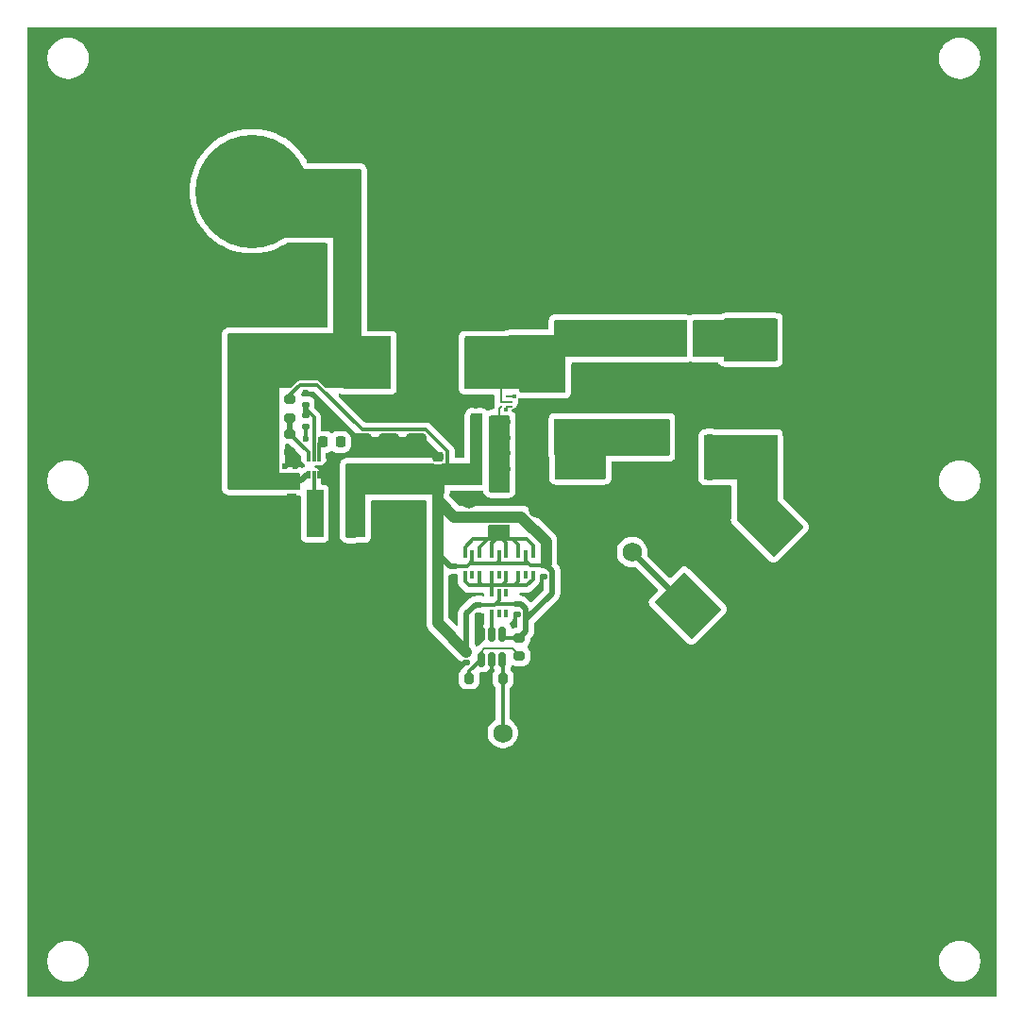
<source format=gbr>
%TF.GenerationSoftware,KiCad,Pcbnew,8.0.0*%
%TF.CreationDate,2024-04-09T17:14:46-07:00*%
%TF.ProjectId,phi2_50MHz_EPC2214,70686932-5f35-4304-9d48-7a5f45504332,rev?*%
%TF.SameCoordinates,Original*%
%TF.FileFunction,Copper,L1,Top*%
%TF.FilePolarity,Positive*%
%FSLAX46Y46*%
G04 Gerber Fmt 4.6, Leading zero omitted, Abs format (unit mm)*
G04 Created by KiCad (PCBNEW 8.0.0) date 2024-04-09 17:14:46*
%MOMM*%
%LPD*%
G01*
G04 APERTURE LIST*
G04 Aperture macros list*
%AMRoundRect*
0 Rectangle with rounded corners*
0 $1 Rounding radius*
0 $2 $3 $4 $5 $6 $7 $8 $9 X,Y pos of 4 corners*
0 Add a 4 corners polygon primitive as box body*
4,1,4,$2,$3,$4,$5,$6,$7,$8,$9,$2,$3,0*
0 Add four circle primitives for the rounded corners*
1,1,$1+$1,$2,$3*
1,1,$1+$1,$4,$5*
1,1,$1+$1,$6,$7*
1,1,$1+$1,$8,$9*
0 Add four rect primitives between the rounded corners*
20,1,$1+$1,$2,$3,$4,$5,0*
20,1,$1+$1,$4,$5,$6,$7,0*
20,1,$1+$1,$6,$7,$8,$9,0*
20,1,$1+$1,$8,$9,$2,$3,0*%
%AMRotRect*
0 Rectangle, with rotation*
0 The origin of the aperture is its center*
0 $1 length*
0 $2 width*
0 $3 Rotation angle, in degrees counterclockwise*
0 Add horizontal line*
21,1,$1,$2,0,0,$3*%
%AMFreePoly0*
4,1,25,-1.500000,1.420000,-1.360000,1.280000,-1.205000,1.155000,-1.035000,1.045000,-0.860000,0.950000,-0.675001,0.875000,-0.480000,0.820000,-0.280000,0.780000,-0.085000,0.765000,0.085000,0.765000,0.280000,0.780000,0.480000,0.820000,0.675001,0.875000,0.860000,0.950000,1.035000,1.045000,1.205000,1.155000,1.360000,1.280000,1.500000,1.420000,1.645000,1.595000,3.555000,1.595000,
3.555000,-0.755000,-3.555000,-0.755000,-3.555000,1.595000,-1.645000,1.595000,-1.500000,1.420000,-1.500000,1.420000,$1*%
G04 Aperture macros list end*
%TA.AperFunction,SMDPad,CuDef*%
%ADD10FreePoly0,135.000000*%
%TD*%
%TA.AperFunction,SMDPad,CuDef*%
%ADD11FreePoly0,315.000000*%
%TD*%
%TA.AperFunction,SMDPad,CuDef*%
%ADD12C,1.730000*%
%TD*%
%TA.AperFunction,SMDPad,CuDef*%
%ADD13R,4.320000X4.700000*%
%TD*%
%TA.AperFunction,SMDPad,CuDef*%
%ADD14RoundRect,0.250000X-0.325000X-0.650000X0.325000X-0.650000X0.325000X0.650000X-0.325000X0.650000X0*%
%TD*%
%TA.AperFunction,SMDPad,CuDef*%
%ADD15RoundRect,0.150000X0.150000X0.200000X-0.150000X0.200000X-0.150000X-0.200000X0.150000X-0.200000X0*%
%TD*%
%TA.AperFunction,SMDPad,CuDef*%
%ADD16RoundRect,0.150000X0.150000X-0.512500X0.150000X0.512500X-0.150000X0.512500X-0.150000X-0.512500X0*%
%TD*%
%TA.AperFunction,SMDPad,CuDef*%
%ADD17R,10.340000X3.300000*%
%TD*%
%TA.AperFunction,SMDPad,CuDef*%
%ADD18FreePoly0,90.000000*%
%TD*%
%TA.AperFunction,SMDPad,CuDef*%
%ADD19FreePoly0,270.000000*%
%TD*%
%TA.AperFunction,SMDPad,CuDef*%
%ADD20RoundRect,0.225000X-0.250000X0.225000X-0.250000X-0.225000X0.250000X-0.225000X0.250000X0.225000X0*%
%TD*%
%TA.AperFunction,SMDPad,CuDef*%
%ADD21R,4.700000X3.810000*%
%TD*%
%TA.AperFunction,SMDPad,CuDef*%
%ADD22RoundRect,0.140000X0.170000X-0.140000X0.170000X0.140000X-0.170000X0.140000X-0.170000X-0.140000X0*%
%TD*%
%TA.AperFunction,SMDPad,CuDef*%
%ADD23RoundRect,0.250000X0.650000X-0.325000X0.650000X0.325000X-0.650000X0.325000X-0.650000X-0.325000X0*%
%TD*%
%TA.AperFunction,SMDPad,CuDef*%
%ADD24RoundRect,0.200000X-0.275000X0.200000X-0.275000X-0.200000X0.275000X-0.200000X0.275000X0.200000X0*%
%TD*%
%TA.AperFunction,SMDPad,CuDef*%
%ADD25RoundRect,0.225000X0.225000X0.250000X-0.225000X0.250000X-0.225000X-0.250000X0.225000X-0.250000X0*%
%TD*%
%TA.AperFunction,SMDPad,CuDef*%
%ADD26R,0.300000X0.660000*%
%TD*%
%TA.AperFunction,SMDPad,CuDef*%
%ADD27RoundRect,0.250000X-0.475000X0.250000X-0.475000X-0.250000X0.475000X-0.250000X0.475000X0.250000X0*%
%TD*%
%TA.AperFunction,SMDPad,CuDef*%
%ADD28C,0.225000*%
%TD*%
%TA.AperFunction,SMDPad,CuDef*%
%ADD29RoundRect,0.140000X-0.170000X0.140000X-0.170000X-0.140000X0.170000X-0.140000X0.170000X0.140000X0*%
%TD*%
%TA.AperFunction,SMDPad,CuDef*%
%ADD30RoundRect,0.085000X0.085000X-0.265000X0.085000X0.265000X-0.085000X0.265000X-0.085000X-0.265000X0*%
%TD*%
%TA.AperFunction,SMDPad,CuDef*%
%ADD31RoundRect,0.200000X0.200000X0.275000X-0.200000X0.275000X-0.200000X-0.275000X0.200000X-0.275000X0*%
%TD*%
%TA.AperFunction,ComponentPad*%
%ADD32C,10.160000*%
%TD*%
%TA.AperFunction,SMDPad,CuDef*%
%ADD33RoundRect,0.225000X-0.225000X-0.250000X0.225000X-0.250000X0.225000X0.250000X-0.225000X0.250000X0*%
%TD*%
%TA.AperFunction,SMDPad,CuDef*%
%ADD34R,1.500000X4.200000*%
%TD*%
%TA.AperFunction,SMDPad,CuDef*%
%ADD35RoundRect,0.200000X-0.200000X-0.275000X0.200000X-0.275000X0.200000X0.275000X-0.200000X0.275000X0*%
%TD*%
%TA.AperFunction,SMDPad,CuDef*%
%ADD36RoundRect,0.250000X-1.500000X-0.550000X1.500000X-0.550000X1.500000X0.550000X-1.500000X0.550000X0*%
%TD*%
%TA.AperFunction,SMDPad,CuDef*%
%ADD37RoundRect,0.135000X0.185000X-0.135000X0.185000X0.135000X-0.185000X0.135000X-0.185000X-0.135000X0*%
%TD*%
%TA.AperFunction,SMDPad,CuDef*%
%ADD38RoundRect,0.225000X0.250000X-0.225000X0.250000X0.225000X-0.250000X0.225000X-0.250000X-0.225000X0*%
%TD*%
%TA.AperFunction,SMDPad,CuDef*%
%ADD39RotRect,3.810000X4.700000X225.000000*%
%TD*%
%TA.AperFunction,ViaPad*%
%ADD40C,0.400000*%
%TD*%
%TA.AperFunction,ViaPad*%
%ADD41C,1.500000*%
%TD*%
%TA.AperFunction,ViaPad*%
%ADD42C,0.600000*%
%TD*%
%TA.AperFunction,ViaPad*%
%ADD43C,1.000000*%
%TD*%
%TA.AperFunction,ViaPad*%
%ADD44C,0.800000*%
%TD*%
%TA.AperFunction,Conductor*%
%ADD45C,1.000000*%
%TD*%
%TA.AperFunction,Conductor*%
%ADD46C,0.500000*%
%TD*%
%TA.AperFunction,Conductor*%
%ADD47C,0.300000*%
%TD*%
%TA.AperFunction,Conductor*%
%ADD48C,0.200000*%
%TD*%
%TA.AperFunction,Conductor*%
%ADD49C,1.500000*%
%TD*%
G04 APERTURE END LIST*
D10*
%TO.P,RF_OUT,2,Ext*%
%TO.N,GND*%
X57249899Y-46115101D03*
D11*
X53290101Y-50074899D03*
D12*
%TO.P,RF_OUT,1,In*%
%TO.N,Net-(J2-In)*%
X55270000Y-48095000D03*
%TD*%
D13*
%TO.P,L1,2,2*%
%TO.N,/D*%
X42410000Y-31110000D03*
%TO.P,L1,1,1*%
%TO.N,+12V*%
X31490000Y-31110000D03*
%TD*%
D14*
%TO.P,C4,2*%
%TO.N,GND*%
X33295000Y-26370000D03*
%TO.P,C4,1*%
%TO.N,+12V*%
X30345000Y-26370000D03*
%TD*%
D15*
%TO.P,D8,2,A*%
%TO.N,GND*%
X45412500Y-40640000D03*
%TO.P,D8,1,K*%
%TO.N,/G*%
X44012500Y-40640000D03*
%TD*%
D14*
%TO.P,C2,2*%
%TO.N,GND*%
X33295000Y-21570000D03*
%TO.P,C2,1*%
%TO.N,+12V*%
X30345000Y-21570000D03*
%TD*%
D16*
%TO.P,U4,6,SHDN*%
%TO.N,GND*%
X41720000Y-55457500D03*
%TO.P,U4,5,OUT*%
%TO.N,Net-(U3-A1)*%
X42670000Y-55457500D03*
%TO.P,U4,4,V+*%
%TO.N,+5V*%
X43620000Y-55457500D03*
%TO.P,U4,3,+IN*%
%TO.N,/RF_IN*%
X43620000Y-57732500D03*
%TO.P,U4,2,V-*%
%TO.N,GND*%
X42670000Y-57732500D03*
%TO.P,U4,1,-IN*%
%TO.N,Net-(U4--IN)*%
X41720000Y-57732500D03*
%TD*%
D17*
%TO.P,L2,2,2*%
%TO.N,Net-(C5-Pad1)*%
X53470000Y-37790000D03*
%TO.P,L2,1,1*%
%TO.N,/D*%
X53470000Y-28950000D03*
%TD*%
D18*
%TO.P,RF_IN,2,Ext*%
%TO.N,GND*%
X46470000Y-64320000D03*
D19*
X40870000Y-64320000D03*
D12*
%TO.P,RF_IN,1,In*%
%TO.N,/RF_IN*%
X43670000Y-64320000D03*
%TD*%
D20*
%TO.P,C19,1*%
%TO.N,/D*%
X46930000Y-33235000D03*
%TO.P,C19,2*%
%TO.N,GND*%
X46930000Y-34785000D03*
%TD*%
D21*
%TO.P,L3,2,2*%
%TO.N,Net-(C12-Pad1)*%
X65945000Y-39475000D03*
%TO.P,L3,1,1*%
%TO.N,Net-(C13-Pad2)*%
X65945000Y-29065000D03*
%TD*%
D22*
%TO.P,C9,2*%
%TO.N,+5V*%
X44970000Y-52765000D03*
%TO.P,C9,1*%
%TO.N,GND*%
X44970000Y-53725000D03*
%TD*%
D23*
%TO.P,C28,2*%
%TO.N,GND*%
X30970000Y-38045000D03*
%TO.P,C28,1*%
%TO.N,+5V*%
X30970000Y-40995000D03*
%TD*%
D20*
%TO.P,C20,1*%
%TO.N,/D*%
X48340000Y-33235000D03*
%TO.P,C20,2*%
%TO.N,GND*%
X48340000Y-34785000D03*
%TD*%
D24*
%TO.P,R7,2*%
%TO.N,GND*%
X24570000Y-39145000D03*
%TO.P,R7,1*%
%TO.N,Net-(U1-FB)*%
X24570000Y-37495000D03*
%TD*%
D25*
%TO.P,C12,2*%
%TO.N,GND*%
X60695000Y-38020000D03*
%TO.P,C12,1*%
%TO.N,Net-(C12-Pad1)*%
X62245000Y-38020000D03*
%TD*%
D23*
%TO.P,C26,2*%
%TO.N,GND*%
X35870000Y-38045000D03*
%TO.P,C26,1*%
%TO.N,+5V*%
X35870000Y-40995000D03*
%TD*%
D25*
%TO.P,C21,2*%
%TO.N,GND*%
X60695000Y-39570000D03*
%TO.P,C21,1*%
%TO.N,Net-(C12-Pad1)*%
X62245000Y-39570000D03*
%TD*%
D26*
%TO.P,U3,6,Y1*%
%TO.N,Net-(U3-Y1)*%
X42665000Y-51775000D03*
%TO.P,U3,5,VCC*%
%TO.N,+5V*%
X43315000Y-51775000D03*
%TO.P,U3,4,Y2*%
%TO.N,unconnected-(U3-Y2-Pad4)*%
X43965000Y-51775000D03*
%TO.P,U3,3,A2*%
%TO.N,unconnected-(U3-A2-Pad3)*%
X43965000Y-53615000D03*
%TO.P,U3,2,GND*%
%TO.N,GND*%
X43315000Y-53615000D03*
%TO.P,U3,1,A1*%
%TO.N,Net-(U3-A1)*%
X42665000Y-53615000D03*
%TD*%
D27*
%TO.P,C24,2*%
%TO.N,GND*%
X22970000Y-43640000D03*
%TO.P,C24,1*%
%TO.N,+12V*%
X22970000Y-41740000D03*
%TD*%
D14*
%TO.P,C3,2*%
%TO.N,GND*%
X33295000Y-23970000D03*
%TO.P,C3,1*%
%TO.N,+12V*%
X30345000Y-23970000D03*
%TD*%
D26*
%TO.P,U5,6,Y1*%
%TO.N,/G1*%
X40270000Y-48275000D03*
%TO.P,U5,5,VCC*%
%TO.N,+5V*%
X40920000Y-48275000D03*
%TO.P,U5,4,Y2*%
%TO.N,/G1*%
X41570000Y-48275000D03*
%TO.P,U5,3,A2*%
%TO.N,Net-(U3-Y1)*%
X41570000Y-50115000D03*
%TO.P,U5,2,GND*%
%TO.N,GND*%
X40920000Y-50115000D03*
%TO.P,U5,1,A1*%
%TO.N,Net-(U3-Y1)*%
X40270000Y-50115000D03*
%TD*%
D28*
%TO.P,Q1,9,S*%
%TO.N,GND*%
X44445000Y-34170000D03*
%TO.P,Q1,8,S*%
X43995000Y-34170000D03*
%TO.P,Q1,7,D*%
%TO.N,/D*%
X43545000Y-34170000D03*
%TO.P,Q1,6,D*%
X44445000Y-34620000D03*
%TO.P,Q1,5,D*%
X43995000Y-34620000D03*
%TO.P,Q1,4,D*%
X43545000Y-34620000D03*
%TO.P,Q1,3,S*%
%TO.N,GND*%
X44445000Y-35070000D03*
%TO.P,Q1,2,S*%
X43995000Y-35070000D03*
%TO.P,Q1,1,G*%
%TO.N,/G*%
X43545000Y-35070000D03*
%TD*%
D29*
%TO.P,C10,2*%
%TO.N,GND*%
X40420000Y-58025000D03*
%TO.P,C10,1*%
%TO.N,+5V*%
X40420000Y-57065000D03*
%TD*%
D15*
%TO.P,D4,2,A*%
%TO.N,/G*%
X42770000Y-40620000D03*
%TO.P,D4,1,K*%
%TO.N,+5V*%
X41370000Y-40620000D03*
%TD*%
%TO.P,D3,2,A*%
%TO.N,/G*%
X42770000Y-39220000D03*
%TO.P,D3,1,K*%
%TO.N,+5V*%
X41370000Y-39220000D03*
%TD*%
%TO.P,D1,2,A*%
%TO.N,/G*%
X42770000Y-36420000D03*
%TO.P,D1,1,K*%
%TO.N,+5V*%
X41370000Y-36420000D03*
%TD*%
%TO.P,D7,2,A*%
%TO.N,GND*%
X45412500Y-39240000D03*
%TO.P,D7,1,K*%
%TO.N,/G*%
X44012500Y-39240000D03*
%TD*%
D23*
%TO.P,C27,2*%
%TO.N,GND*%
X33470000Y-38045000D03*
%TO.P,C27,1*%
%TO.N,+5V*%
X33470000Y-40995000D03*
%TD*%
D20*
%TO.P,C15,1*%
%TO.N,/D*%
X45600000Y-33235000D03*
%TO.P,C15,2*%
%TO.N,GND*%
X45600000Y-34785000D03*
%TD*%
D30*
%TO.P,U1,6,FB*%
%TO.N,Net-(U1-FB)*%
X26220000Y-39670000D03*
%TO.P,U1,5,EN*%
%TO.N,Net-(U1-EN)*%
X26720000Y-39670000D03*
%TO.P,U1,4,BST*%
%TO.N,Net-(U1-BST)*%
X27220000Y-39670000D03*
%TO.P,U1,3,GND*%
%TO.N,GND*%
X27220000Y-41170000D03*
%TO.P,U1,2,SW*%
%TO.N,Net-(U1-SW)*%
X26720000Y-41170000D03*
%TO.P,U1,1,VIN*%
%TO.N,+12V*%
X26220000Y-41170000D03*
%TD*%
D15*
%TO.P,D2,2,A*%
%TO.N,/G*%
X42770000Y-37820000D03*
%TO.P,D2,1,K*%
%TO.N,+5V*%
X41370000Y-37820000D03*
%TD*%
D22*
%TO.P,C8,2*%
%TO.N,+5V*%
X39320000Y-49365000D03*
%TO.P,C8,1*%
%TO.N,GND*%
X39320000Y-50325000D03*
%TD*%
D20*
%TO.P,C7,2*%
%TO.N,GND*%
X49020000Y-42520000D03*
%TO.P,C7,1*%
%TO.N,Net-(C5-Pad1)*%
X49020000Y-40970000D03*
%TD*%
%TO.P,C25,2*%
%TO.N,GND*%
X24770000Y-43245000D03*
%TO.P,C25,1*%
%TO.N,+12V*%
X24770000Y-41695000D03*
%TD*%
D31*
%TO.P,R6,2*%
%TO.N,GND*%
X38995000Y-59445000D03*
%TO.P,R6,1*%
%TO.N,Net-(U4--IN)*%
X40645000Y-59445000D03*
%TD*%
D15*
%TO.P,D5,2,A*%
%TO.N,GND*%
X45410000Y-36450000D03*
%TO.P,D5,1,K*%
%TO.N,/G*%
X44010000Y-36450000D03*
%TD*%
D32*
%TO.P,12 V,1,Pin_1*%
%TO.N,+12V*%
X21170000Y-15720000D03*
%TD*%
D20*
%TO.P,C5,2*%
%TO.N,GND*%
X52170000Y-42520000D03*
%TO.P,C5,1*%
%TO.N,Net-(C5-Pad1)*%
X52170000Y-40970000D03*
%TD*%
D24*
%TO.P,R3,2*%
%TO.N,Net-(U1-FB)*%
X24570000Y-36045000D03*
%TO.P,R3,1*%
%TO.N,+5V*%
X24570000Y-34395000D03*
%TD*%
D33*
%TO.P,C13,2*%
%TO.N,Net-(C13-Pad2)*%
X61245000Y-28320000D03*
%TO.P,C13,1*%
%TO.N,/D*%
X59695000Y-28320000D03*
%TD*%
D24*
%TO.P,R5,2*%
%TO.N,Net-(U4--IN)*%
X45170000Y-57420000D03*
%TO.P,R5,1*%
%TO.N,+5V*%
X45170000Y-55770000D03*
%TD*%
D29*
%TO.P,C17,2*%
%TO.N,GND*%
X41520000Y-53775000D03*
%TO.P,C17,1*%
%TO.N,+5V*%
X41520000Y-52815000D03*
%TD*%
D34*
%TO.P,L5,2*%
%TO.N,+5V*%
X30420000Y-44670000D03*
%TO.P,L5,1*%
%TO.N,Net-(U1-SW)*%
X26820000Y-44670000D03*
%TD*%
D35*
%TO.P,R4,2*%
%TO.N,/RF_IN*%
X43695000Y-59445000D03*
%TO.P,R4,1*%
%TO.N,GND*%
X42045000Y-59445000D03*
%TD*%
D36*
%TO.P,C1,2*%
%TO.N,GND*%
X34470000Y-16620000D03*
%TO.P,C1,1*%
%TO.N,+12V*%
X29070000Y-16620000D03*
%TD*%
D37*
%TO.P,R2,2*%
%TO.N,GND*%
X25970000Y-33850000D03*
%TO.P,R2,1*%
%TO.N,Net-(U1-EN)*%
X25970000Y-34870000D03*
%TD*%
D38*
%TO.P,C29,2*%
%TO.N,GND*%
X37870000Y-39545000D03*
%TO.P,C29,1*%
%TO.N,+5V*%
X37870000Y-41095000D03*
%TD*%
D39*
%TO.P,L4,2,2*%
%TO.N,Net-(J2-In)*%
X60284018Y-52900491D03*
%TO.P,L4,1,1*%
%TO.N,Net-(C12-Pad1)*%
X67645000Y-45539509D03*
%TD*%
D32*
%TO.P,GND,1,Pin_1*%
%TO.N,GND*%
X42840000Y-20010000D03*
%TD*%
D15*
%TO.P,D6,2,A*%
%TO.N,GND*%
X45412500Y-37850000D03*
%TO.P,D6,1,K*%
%TO.N,/G*%
X44012500Y-37850000D03*
%TD*%
D26*
%TO.P,U6,6,Y1*%
%TO.N,/G1*%
X42670000Y-48275000D03*
%TO.P,U6,5,VCC*%
%TO.N,+5V*%
X43320000Y-48275000D03*
%TO.P,U6,4,Y2*%
%TO.N,/G1*%
X43970000Y-48275000D03*
%TO.P,U6,3,A2*%
%TO.N,Net-(U3-Y1)*%
X43970000Y-50115000D03*
%TO.P,U6,2,GND*%
%TO.N,GND*%
X43320000Y-50115000D03*
%TO.P,U6,1,A1*%
%TO.N,Net-(U3-Y1)*%
X42670000Y-50115000D03*
%TD*%
D25*
%TO.P,C18,2*%
%TO.N,Net-(U1-BST)*%
X27545000Y-38220000D03*
%TO.P,C18,1*%
%TO.N,Net-(U1-SW)*%
X29095000Y-38220000D03*
%TD*%
D37*
%TO.P,R1,2*%
%TO.N,Net-(U1-EN)*%
X25970000Y-35860000D03*
%TO.P,R1,1*%
%TO.N,+12V*%
X25970000Y-36880000D03*
%TD*%
D33*
%TO.P,C14,2*%
%TO.N,Net-(C13-Pad2)*%
X61245000Y-29870000D03*
%TO.P,C14,1*%
%TO.N,/D*%
X59695000Y-29870000D03*
%TD*%
D20*
%TO.P,C6,2*%
%TO.N,GND*%
X50620000Y-42520000D03*
%TO.P,C6,1*%
%TO.N,Net-(C5-Pad1)*%
X50620000Y-40970000D03*
%TD*%
D22*
%TO.P,C11,2*%
%TO.N,+5V*%
X47320000Y-49315000D03*
%TO.P,C11,1*%
%TO.N,GND*%
X47320000Y-50275000D03*
%TD*%
D27*
%TO.P,C23,2*%
%TO.N,GND*%
X20920000Y-43640000D03*
%TO.P,C23,1*%
%TO.N,+12V*%
X20920000Y-41740000D03*
%TD*%
D26*
%TO.P,U7,6,Y1*%
%TO.N,/G1*%
X45070000Y-48275000D03*
%TO.P,U7,5,VCC*%
%TO.N,+5V*%
X45720000Y-48275000D03*
%TO.P,U7,4,Y2*%
%TO.N,/G1*%
X46370000Y-48275000D03*
%TO.P,U7,3,A2*%
%TO.N,Net-(U3-Y1)*%
X46370000Y-50115000D03*
%TO.P,U7,2,GND*%
%TO.N,GND*%
X45720000Y-50115000D03*
%TO.P,U7,1,A1*%
%TO.N,Net-(U3-Y1)*%
X45070000Y-50115000D03*
%TD*%
D25*
%TO.P,C22,2*%
%TO.N,GND*%
X60695000Y-41120000D03*
%TO.P,C22,1*%
%TO.N,Net-(C12-Pad1)*%
X62245000Y-41120000D03*
%TD*%
D40*
%TO.N,GND*%
X42030000Y-35050000D03*
X45040000Y-35660000D03*
D41*
X19720000Y-76070000D03*
X26720000Y-76070000D03*
X12720000Y-76070000D03*
X68720000Y-76070000D03*
X40720000Y-76070000D03*
X33720000Y-76070000D03*
X47720000Y-76070000D03*
X61720000Y-76070000D03*
X54720000Y-76070000D03*
X38120000Y-33920000D03*
X38220000Y-28820000D03*
X35470000Y-31320000D03*
X35470000Y-26370000D03*
X68620000Y-69170000D03*
X76205000Y-76200000D03*
D40*
X39320000Y-50325000D03*
X46420000Y-36420000D03*
X46420000Y-40620000D03*
X46420000Y-39220000D03*
X46420000Y-37820000D03*
X41260000Y-35070000D03*
D41*
X61320000Y-45970000D03*
X65560000Y-50560000D03*
X35420000Y-21470000D03*
X63320000Y-48410000D03*
X40620000Y-83180000D03*
X33620000Y-83180000D03*
X26620000Y-83180000D03*
X19620000Y-83180000D03*
X12620000Y-83180000D03*
X83205000Y-76200000D03*
X61620000Y-69170000D03*
X54620000Y-69170000D03*
X33620000Y-69170000D03*
X26620000Y-69170000D03*
X19620000Y-69170000D03*
X12620000Y-69170000D03*
X6205000Y-76200000D03*
X83205000Y-69200000D03*
X76205000Y-69200000D03*
X68620000Y-62170000D03*
X61620000Y-62170000D03*
X54620000Y-62170000D03*
X33620000Y-62170000D03*
X26620000Y-62170000D03*
X19620000Y-62170000D03*
X12620000Y-62170000D03*
X6205000Y-69200000D03*
X83205000Y-62200000D03*
X76205000Y-62200000D03*
X68620000Y-55170000D03*
X54620000Y-55170000D03*
X47620000Y-55170000D03*
X33620000Y-55170000D03*
X26620000Y-55170000D03*
X19620000Y-55170000D03*
X12620000Y-55170000D03*
X6205000Y-62200000D03*
X83205000Y-55200000D03*
X76205000Y-55200000D03*
X33620000Y-48170000D03*
X26620000Y-48170000D03*
X19620000Y-48170000D03*
X12620000Y-48170000D03*
X6205000Y-55200000D03*
X83205000Y-48200000D03*
X76205000Y-48200000D03*
X12620000Y-41170000D03*
X6205000Y-48200000D03*
X76205000Y-41200000D03*
X68620000Y-34170000D03*
X61620000Y-34170000D03*
X54620000Y-34170000D03*
X12620000Y-34170000D03*
X83205000Y-34200000D03*
X76205000Y-34200000D03*
X26620000Y-27170000D03*
X19620000Y-27170000D03*
X12620000Y-27170000D03*
X6205000Y-34200000D03*
X83205000Y-27200000D03*
X76205000Y-27200000D03*
X68620000Y-20170000D03*
X61620000Y-20170000D03*
X54620000Y-20170000D03*
X12620000Y-20170000D03*
X6205000Y-27200000D03*
X83205000Y-20200000D03*
X76205000Y-20200000D03*
X68620000Y-13170000D03*
X61620000Y-13170000D03*
X54620000Y-13170000D03*
X47620000Y-13170000D03*
X40620000Y-13170000D03*
X12620000Y-13170000D03*
X6205000Y-20200000D03*
X83205000Y-13200000D03*
X76205000Y-13200000D03*
X68620000Y-6170000D03*
X61620000Y-6170000D03*
X54620000Y-6170000D03*
X47620000Y-6170000D03*
X40620000Y-6170000D03*
X33620000Y-6170000D03*
X26620000Y-6170000D03*
X19620000Y-6170000D03*
X12620000Y-6170000D03*
X6205000Y-13200000D03*
X76205000Y-6200000D03*
D40*
X42780000Y-34230000D03*
X41290000Y-34290000D03*
%TO.N,+12V*%
X26150000Y-41180000D03*
D42*
X26010000Y-37930000D03*
%TO.N,GND*%
X25970000Y-33830000D03*
D43*
X49020000Y-42580000D03*
X50610000Y-42580000D03*
X52160000Y-42580000D03*
X60680000Y-41100000D03*
X60690000Y-39540000D03*
X60720000Y-38010000D03*
D41*
X49360000Y-46260000D03*
D40*
X42760000Y-35040000D03*
%TO.N,/G*%
X43280000Y-36300000D03*
D41*
%TO.N,GND*%
X58570000Y-41220000D03*
X55020000Y-41170000D03*
X38120000Y-31320000D03*
X38220000Y-26370000D03*
D40*
X45270000Y-40620000D03*
X45270000Y-39220000D03*
X45270000Y-37820000D03*
X45270000Y-36420000D03*
D41*
X59180000Y-43800000D03*
X46750000Y-44290000D03*
X40620000Y-43470000D03*
X51690000Y-31980000D03*
X35470000Y-33870000D03*
X35470000Y-28870000D03*
X35470000Y-23870000D03*
X26620000Y-23870000D03*
X19720000Y-23870000D03*
D44*
X45600000Y-34750000D03*
X46960000Y-34760000D03*
X48370000Y-34770000D03*
D40*
X44717653Y-34170000D03*
D42*
X37870000Y-39420000D03*
D40*
X40920000Y-49995000D03*
D43*
X41895000Y-67270000D03*
D40*
X41720000Y-55845000D03*
D42*
X35420000Y-37770000D03*
X24170000Y-40370000D03*
D43*
X46620000Y-61370000D03*
X51120000Y-48070000D03*
X54520000Y-51470000D03*
D42*
X39080000Y-59450000D03*
X33020000Y-37770000D03*
D43*
X59445000Y-48045000D03*
D42*
X33020000Y-23570000D03*
D40*
X41720000Y-55045000D03*
D42*
X22620000Y-43420000D03*
X33020000Y-21970000D03*
X33020000Y-24420000D03*
X28070000Y-40370000D03*
X33920000Y-37770000D03*
D43*
X46620000Y-66195000D03*
D42*
X36320000Y-37770000D03*
D43*
X51920000Y-47270000D03*
D42*
X33020000Y-25920000D03*
D43*
X58620000Y-47220000D03*
X55245000Y-43895000D03*
D42*
X23320000Y-43420000D03*
D40*
X43976666Y-35346266D03*
D43*
X33220000Y-16570000D03*
X58645000Y-48870000D03*
X55270000Y-52295000D03*
D40*
X42670000Y-58145000D03*
D42*
X28220000Y-36870000D03*
D40*
X43320000Y-53495000D03*
D43*
X40695000Y-61345000D03*
X40670000Y-67270000D03*
D42*
X28070000Y-39470000D03*
D43*
X46645000Y-67270000D03*
X35670000Y-16570000D03*
D42*
X31420000Y-37770000D03*
X27760000Y-35860000D03*
D43*
X56120000Y-51470000D03*
D42*
X30470000Y-37770000D03*
X24770000Y-43070000D03*
X42140000Y-59460000D03*
D43*
X40670000Y-66120000D03*
D42*
X25070000Y-40370000D03*
D43*
X56020000Y-44695000D03*
D40*
X45720000Y-49995000D03*
X44970000Y-53745000D03*
D42*
X20570000Y-43420000D03*
D40*
X43320000Y-49995000D03*
D42*
X33020000Y-26820000D03*
D43*
X40695000Y-62495000D03*
D42*
X28070000Y-41320000D03*
D40*
X24570000Y-38970000D03*
D43*
X41870000Y-61345000D03*
D40*
X47320000Y-50195000D03*
D43*
X46620000Y-62520000D03*
D42*
X21270000Y-43420000D03*
D43*
X45445000Y-67270000D03*
X51920000Y-48870000D03*
X54495000Y-44745000D03*
D40*
X42670000Y-57295000D03*
D42*
X33020000Y-21120000D03*
D40*
X40420000Y-57945000D03*
D43*
X45470000Y-61370000D03*
D40*
X41520000Y-53695000D03*
%TO.N,Net-(U1-SW)*%
X29095000Y-38220000D03*
X26720000Y-42370000D03*
%TO.N,/G*%
X44110000Y-40640000D03*
X44130000Y-37830000D03*
X44110000Y-39210000D03*
X42670000Y-37800000D03*
X42670000Y-39210000D03*
X42680000Y-40600000D03*
X44120000Y-36420000D03*
X42660000Y-36410000D03*
%TD*%
D45*
%TO.N,+5V*%
X47550000Y-47140610D02*
X47550000Y-49080000D01*
X45339390Y-44930000D02*
X47550000Y-47140610D01*
X39310000Y-44930000D02*
X45339390Y-44930000D01*
X38000000Y-43620000D02*
X39310000Y-44930000D01*
X37820000Y-43620000D02*
X38000000Y-43620000D01*
X37820000Y-48270000D02*
X37820000Y-43620000D01*
D46*
X47320000Y-47596472D02*
X47320000Y-49315000D01*
D47*
X36775456Y-37120000D02*
X38720000Y-39064544D01*
X38720000Y-40245000D02*
X37870000Y-41095000D01*
X31050000Y-37120000D02*
X36775456Y-37120000D01*
X38720000Y-39064544D02*
X38720000Y-40245000D01*
X27010000Y-33080000D02*
X31050000Y-37120000D01*
X24570000Y-33995000D02*
X25485000Y-33080000D01*
X25485000Y-33080000D02*
X27010000Y-33080000D01*
X24570000Y-34395000D02*
X24570000Y-33995000D01*
D48*
%TO.N,GND*%
X44717653Y-34170000D02*
X43995000Y-34170000D01*
X43995000Y-35327932D02*
X43995000Y-35070000D01*
X43976666Y-35346266D02*
X43995000Y-35327932D01*
%TO.N,/G*%
X43380000Y-36200000D02*
X43280000Y-36300000D01*
X43380000Y-35620000D02*
X43380000Y-36200000D01*
%TO.N,/D*%
X43545000Y-33165000D02*
X43550000Y-33160000D01*
X43545000Y-34170000D02*
X43545000Y-33165000D01*
D46*
%TO.N,+12V*%
X25605000Y-41695000D02*
X26120000Y-41180000D01*
X24770000Y-41695000D02*
X25605000Y-41695000D01*
D47*
X25970000Y-36880000D02*
X25970000Y-37890000D01*
X25970000Y-37890000D02*
X26010000Y-37930000D01*
%TO.N,Net-(U3-A1)*%
X42665000Y-55555000D02*
X42640000Y-55580000D01*
X42665000Y-53615000D02*
X42665000Y-55555000D01*
D48*
%TO.N,GND*%
X45210000Y-34620000D02*
X45220000Y-34630000D01*
%TO.N,/G*%
X43380000Y-35620000D02*
X43380000Y-35970000D01*
X43380000Y-35235000D02*
X43380000Y-35620000D01*
D45*
%TO.N,+5V*%
X37870000Y-41095000D02*
X37820000Y-41145000D01*
X37820000Y-41145000D02*
X37820000Y-43520000D01*
D48*
%TO.N,/D*%
X43545000Y-33295000D02*
X43570000Y-33270000D01*
D46*
%TO.N,Net-(J2-In)*%
X58920000Y-51745000D02*
X58995000Y-51745000D01*
X55270000Y-48095000D02*
X58920000Y-51745000D01*
D48*
%TO.N,GND*%
X43995000Y-35070000D02*
X44430000Y-35070000D01*
X44020000Y-34140000D02*
X44010000Y-34150000D01*
X43995000Y-34170000D02*
X44440000Y-34170000D01*
D49*
%TO.N,+12V*%
X31645000Y-30885000D02*
X31510000Y-31020000D01*
D47*
%TO.N,+5V*%
X43190000Y-52765000D02*
X43072500Y-52647500D01*
X43932500Y-55770000D02*
X43620000Y-55457500D01*
X45940000Y-49125000D02*
X43100000Y-49125000D01*
X40460000Y-49365000D02*
X40700000Y-49125000D01*
D46*
X47629999Y-49315000D02*
X47320000Y-49315000D01*
X40420000Y-53605001D02*
X41210001Y-52815000D01*
D47*
X43072500Y-52647500D02*
X43315000Y-52405000D01*
X47320000Y-49315000D02*
X46130000Y-49315000D01*
X45170000Y-55770000D02*
X43932500Y-55770000D01*
D46*
X44970000Y-52765000D02*
X45279999Y-52765000D01*
X45279999Y-52765000D02*
X45730000Y-53215001D01*
D45*
X37820000Y-54445000D02*
X40420000Y-57045000D01*
D47*
X45720000Y-48905000D02*
X45720000Y-48275000D01*
X41520000Y-52815000D02*
X42905000Y-52815000D01*
D46*
X41210001Y-52815000D02*
X41520000Y-52815000D01*
D47*
X40700000Y-49125000D02*
X40920000Y-48905000D01*
X43320000Y-48905000D02*
X43100000Y-49125000D01*
X39320000Y-49365000D02*
X40460000Y-49365000D01*
X40920000Y-48905000D02*
X40920000Y-48275000D01*
D46*
X45730000Y-55210000D02*
X45170000Y-55770000D01*
X45730000Y-53215001D02*
X45730000Y-54145000D01*
D47*
X46130000Y-49315000D02*
X45940000Y-49125000D01*
D45*
X37820000Y-48270000D02*
X37820000Y-54445000D01*
D46*
X45730000Y-54145000D02*
X48080000Y-51795000D01*
X40420000Y-57065000D02*
X40420000Y-53605001D01*
D47*
X45940000Y-49125000D02*
X45720000Y-48905000D01*
X44970000Y-52765000D02*
X43190000Y-52765000D01*
D46*
X38915000Y-49365000D02*
X37820000Y-48270000D01*
D47*
X43320000Y-48275000D02*
X43320000Y-48905000D01*
D46*
X48080000Y-51795000D02*
X48080000Y-49765001D01*
D47*
X42905000Y-52815000D02*
X43072500Y-52647500D01*
X43315000Y-52405000D02*
X43315000Y-51775000D01*
D46*
X39320000Y-49365000D02*
X38915000Y-49365000D01*
X45730000Y-54145000D02*
X45730000Y-55210000D01*
X48080000Y-49765001D02*
X47629999Y-49315000D01*
D47*
X43100000Y-49125000D02*
X40700000Y-49125000D01*
D48*
%TO.N,/D*%
X45740000Y-33170000D02*
X45710000Y-33200000D01*
X43510000Y-33260000D02*
X43530000Y-33240000D01*
X43545000Y-34620000D02*
X43545000Y-34170000D01*
X43545000Y-34620000D02*
X44445000Y-34620000D01*
X45740000Y-33155000D02*
X45640000Y-33255000D01*
D47*
%TO.N,Net-(U1-BST)*%
X27220000Y-39670000D02*
X27220000Y-38345000D01*
X27220000Y-38345000D02*
X27295000Y-38270000D01*
%TO.N,Net-(U1-SW)*%
X26720000Y-41170000D02*
X26720000Y-42370000D01*
X26720000Y-42370000D02*
X26720000Y-44570000D01*
X26720000Y-44570000D02*
X26820000Y-44670000D01*
%TO.N,/RF_IN*%
X43695000Y-59445000D02*
X43695000Y-59720000D01*
X43670000Y-59745000D02*
X43670000Y-64320000D01*
X43695000Y-57807500D02*
X43620000Y-57732500D01*
X43695000Y-59720000D02*
X43670000Y-59745000D01*
X43695000Y-59445000D02*
X43695000Y-57807500D01*
D48*
%TO.N,/G*%
X43545000Y-35070000D02*
X43380000Y-35235000D01*
D47*
%TO.N,Net-(U1-EN)*%
X26720000Y-36020000D02*
X25970000Y-35270000D01*
D46*
X25970000Y-35860000D02*
X25970000Y-35270000D01*
D47*
X26720000Y-39670000D02*
X26720000Y-36020000D01*
D46*
X25970000Y-35270000D02*
X25970000Y-34870000D01*
D47*
%TO.N,Net-(U1-FB)*%
X26220000Y-39145000D02*
X24570000Y-37495000D01*
X26220000Y-39670000D02*
X26220000Y-39145000D01*
D46*
X24570000Y-36045000D02*
X24570000Y-37495000D01*
D47*
%TO.N,Net-(U4--IN)*%
X40645000Y-58807500D02*
X41720000Y-57732500D01*
D48*
X41720000Y-57732500D02*
X41720000Y-57070001D01*
X41720000Y-57070001D02*
X42020001Y-56770000D01*
X44520000Y-56770000D02*
X45170000Y-57420000D01*
D47*
X40645000Y-59445000D02*
X40645000Y-58807500D01*
D48*
X42020001Y-56770000D02*
X44520000Y-56770000D01*
D47*
%TO.N,Net-(U3-Y1)*%
X43970000Y-50745000D02*
X43620000Y-51095000D01*
X40620000Y-51095000D02*
X42070000Y-51095000D01*
X41570000Y-50115000D02*
X41570000Y-50795000D01*
X41870000Y-51095000D02*
X42070000Y-51095000D01*
X43620000Y-51095000D02*
X42715000Y-51095000D01*
X45070000Y-50695000D02*
X45070000Y-50115000D01*
X44470000Y-51095000D02*
X45820000Y-51095000D01*
X43620000Y-51095000D02*
X44470000Y-51095000D01*
X40270000Y-50115000D02*
X40270000Y-50745000D01*
X44470000Y-51095000D02*
X44670000Y-51095000D01*
X42665000Y-51145000D02*
X42665000Y-50120000D01*
X42615000Y-51095000D02*
X42665000Y-51145000D01*
X42665000Y-51775000D02*
X42665000Y-51145000D01*
X45820000Y-51095000D02*
X46370000Y-50545000D01*
X46370000Y-50545000D02*
X46370000Y-50115000D01*
X40270000Y-50745000D02*
X40620000Y-51095000D01*
X42070000Y-51095000D02*
X42615000Y-51095000D01*
X41570000Y-50795000D02*
X41870000Y-51095000D01*
X42665000Y-50120000D02*
X42670000Y-50115000D01*
X44670000Y-51095000D02*
X45070000Y-50695000D01*
X42715000Y-51095000D02*
X42665000Y-51145000D01*
X43970000Y-50115000D02*
X43970000Y-50745000D01*
%TO.N,/G1*%
X44520000Y-46895000D02*
X45770000Y-46895000D01*
X40270000Y-48275000D02*
X40270000Y-47645000D01*
X42670000Y-48275000D02*
X42670000Y-47295000D01*
X42670000Y-47295000D02*
X43070000Y-46895000D01*
X40270000Y-47645000D02*
X41020000Y-46895000D01*
X41020000Y-46895000D02*
X42320000Y-46895000D01*
X46370000Y-47495000D02*
X46370000Y-48275000D01*
X42320000Y-46895000D02*
X43070000Y-46895000D01*
X45770000Y-46895000D02*
X46370000Y-47495000D01*
X45070000Y-48275000D02*
X45070000Y-47445000D01*
X43970000Y-48275000D02*
X43970000Y-47295000D01*
X43070000Y-46895000D02*
X43570000Y-46895000D01*
X41570000Y-47645000D02*
X42320000Y-46895000D01*
X45070000Y-47445000D02*
X44520000Y-46895000D01*
X43970000Y-47295000D02*
X43570000Y-46895000D01*
X43570000Y-46895000D02*
X44520000Y-46895000D01*
X41570000Y-48275000D02*
X41570000Y-47645000D01*
D46*
%TO.N,Net-(J2-In)*%
X58995000Y-51745000D02*
X58995000Y-51635000D01*
%TD*%
%TA.AperFunction,Conductor*%
%TO.N,+5V*%
G36*
X31370000Y-42920000D02*
G01*
X31370000Y-46666687D01*
X31350315Y-46733726D01*
X31297511Y-46779481D01*
X31246689Y-46790685D01*
X29694689Y-46799307D01*
X29627541Y-46779995D01*
X29581494Y-46727446D01*
X29570000Y-46675309D01*
X29570000Y-42420000D01*
X31370000Y-42410000D01*
X31370000Y-42920000D01*
G37*
%TD.AperFunction*%
%TD*%
%TA.AperFunction,Conductor*%
%TO.N,GND*%
G36*
X46070000Y-41470000D02*
G01*
X44820000Y-41470000D01*
X44820000Y-35670000D01*
X46070000Y-35670000D01*
X46070000Y-41470000D01*
G37*
%TD.AperFunction*%
%TD*%
%TA.AperFunction,Conductor*%
%TO.N,+12V*%
G36*
X30970000Y-33246000D02*
G01*
X30950315Y-33313039D01*
X30897511Y-33358794D01*
X30846000Y-33370000D01*
X28440000Y-33370000D01*
X28440000Y-17270000D01*
X30970000Y-17270000D01*
X30970000Y-33246000D01*
G37*
%TD.AperFunction*%
%TD*%
%TA.AperFunction,Conductor*%
%TO.N,/G1*%
G36*
X44253039Y-45650185D02*
G01*
X44298794Y-45702989D01*
X44310000Y-45754500D01*
X44310000Y-46881000D01*
X44290315Y-46948039D01*
X44237511Y-46993794D01*
X44186000Y-47005000D01*
X42504000Y-47005000D01*
X42436961Y-46985315D01*
X42391206Y-46932511D01*
X42380000Y-46881000D01*
X42380000Y-45754500D01*
X42399685Y-45687461D01*
X42452489Y-45641706D01*
X42504000Y-45630500D01*
X44186000Y-45630500D01*
X44253039Y-45650185D01*
G37*
%TD.AperFunction*%
%TD*%
%TA.AperFunction,Conductor*%
%TO.N,GND*%
G36*
X41925773Y-53573983D02*
G01*
X41984444Y-53611924D01*
X42013288Y-53675562D01*
X42014500Y-53692860D01*
X42014500Y-54487939D01*
X41997232Y-54551060D01*
X41918255Y-54684603D01*
X41918254Y-54684606D01*
X41872402Y-54842426D01*
X41872401Y-54842432D01*
X41869500Y-54879298D01*
X41869500Y-56035701D01*
X41872899Y-56078886D01*
X41870988Y-56079036D01*
X41864612Y-56139519D01*
X41820882Y-56194012D01*
X41795170Y-56205977D01*
X41795724Y-56207314D01*
X41788210Y-56210426D01*
X41651291Y-56289475D01*
X41651283Y-56289481D01*
X41560186Y-56380579D01*
X41539481Y-56401284D01*
X41539479Y-56401286D01*
X41457516Y-56483249D01*
X41438724Y-56502041D01*
X41377400Y-56535525D01*
X41307709Y-56530541D01*
X41251776Y-56488669D01*
X41247953Y-56483268D01*
X41197139Y-56407218D01*
X41197136Y-56407215D01*
X41193754Y-56402153D01*
X41195277Y-56401134D01*
X41171331Y-56344724D01*
X41170500Y-56330390D01*
X41170500Y-53967230D01*
X41190185Y-53900191D01*
X41206819Y-53879549D01*
X41454549Y-53631819D01*
X41515872Y-53598334D01*
X41542230Y-53595500D01*
X41754682Y-53595500D01*
X41754690Y-53595500D01*
X41790993Y-53592643D01*
X41855905Y-53573784D01*
X41925773Y-53573983D01*
G37*
%TD.AperFunction*%
%TA.AperFunction,Conductor*%
G36*
X44922539Y-53565185D02*
G01*
X44968294Y-53617989D01*
X44979500Y-53669500D01*
X44979500Y-54745500D01*
X44959815Y-54812539D01*
X44907011Y-54858294D01*
X44855500Y-54869500D01*
X44838384Y-54869500D01*
X44819145Y-54871248D01*
X44767807Y-54875913D01*
X44767804Y-54875914D01*
X44605394Y-54926522D01*
X44605392Y-54926522D01*
X44605389Y-54926524D01*
X44603925Y-54927409D01*
X44602711Y-54927729D01*
X44598555Y-54929600D01*
X44598243Y-54928908D01*
X44536368Y-54945238D01*
X44469897Y-54923712D01*
X44425615Y-54869667D01*
X44417804Y-54843562D01*
X44417599Y-54842443D01*
X44417598Y-54842431D01*
X44371744Y-54684602D01*
X44301234Y-54565375D01*
X44284051Y-54497651D01*
X44306211Y-54431388D01*
X44350882Y-54395494D01*
X44349546Y-54393047D01*
X44357326Y-54388797D01*
X44357331Y-54388796D01*
X44472546Y-54302546D01*
X44558796Y-54187331D01*
X44609091Y-54052483D01*
X44615500Y-53992873D01*
X44615499Y-53669498D01*
X44635183Y-53602461D01*
X44687987Y-53556706D01*
X44739499Y-53545500D01*
X44855500Y-53545500D01*
X44922539Y-53565185D01*
G37*
%TD.AperFunction*%
%TA.AperFunction,Conductor*%
G36*
X38979082Y-50122327D02*
G01*
X39049007Y-50142643D01*
X39085310Y-50145500D01*
X39085318Y-50145500D01*
X39495500Y-50145500D01*
X39562539Y-50165185D01*
X39608294Y-50217989D01*
X39619500Y-50269500D01*
X39619500Y-50809071D01*
X39638633Y-50905254D01*
X39638633Y-50905255D01*
X39644497Y-50934737D01*
X39644500Y-50934746D01*
X39693534Y-51053125D01*
X39764726Y-51159673D01*
X40205325Y-51600272D01*
X40205332Y-51600278D01*
X40311300Y-51671083D01*
X40311296Y-51671087D01*
X40311325Y-51671098D01*
X40311873Y-51671465D01*
X40430256Y-51720501D01*
X40430260Y-51720501D01*
X40430261Y-51720502D01*
X40555928Y-51745500D01*
X40555931Y-51745500D01*
X40684069Y-51745500D01*
X41805931Y-51745500D01*
X41890500Y-51745500D01*
X41957539Y-51765185D01*
X42003294Y-51817989D01*
X42014500Y-51869500D01*
X42014500Y-51937139D01*
X41994815Y-52004178D01*
X41942011Y-52049933D01*
X41872853Y-52059877D01*
X41855905Y-52056216D01*
X41834279Y-52049933D01*
X41790993Y-52037357D01*
X41790990Y-52037356D01*
X41790991Y-52037356D01*
X41754697Y-52034500D01*
X41754690Y-52034500D01*
X41285310Y-52034500D01*
X41285302Y-52034500D01*
X41249008Y-52037356D01*
X41249005Y-52037357D01*
X41190835Y-52054257D01*
X41172528Y-52059576D01*
X41142142Y-52063900D01*
X41142143Y-52063903D01*
X41142096Y-52063907D01*
X41137934Y-52064500D01*
X41136081Y-52064500D01*
X40991093Y-52093340D01*
X40991083Y-52093343D01*
X40854512Y-52149912D01*
X40854499Y-52149919D01*
X40760869Y-52212481D01*
X40760868Y-52212483D01*
X40732343Y-52231542D01*
X40731579Y-52232053D01*
X39837045Y-53126587D01*
X39807712Y-53170491D01*
X39807710Y-53170494D01*
X39754919Y-53249499D01*
X39754912Y-53249512D01*
X39698343Y-53386083D01*
X39698340Y-53386093D01*
X39669500Y-53531080D01*
X39669500Y-54580217D01*
X39649815Y-54647256D01*
X39597011Y-54693011D01*
X39527853Y-54702955D01*
X39464297Y-54673930D01*
X39457819Y-54667898D01*
X38856819Y-54066898D01*
X38823334Y-54005575D01*
X38820500Y-53979217D01*
X38820500Y-50241407D01*
X38840185Y-50174368D01*
X38892989Y-50128613D01*
X38962147Y-50118669D01*
X38979082Y-50122327D01*
G37*
%TD.AperFunction*%
%TA.AperFunction,Conductor*%
G36*
X47272539Y-50115185D02*
G01*
X47318294Y-50167989D01*
X47329500Y-50219500D01*
X47329500Y-51432769D01*
X47309815Y-51499808D01*
X47293181Y-51520450D01*
X46282680Y-52530950D01*
X46221357Y-52564435D01*
X46151665Y-52559451D01*
X46107318Y-52530950D01*
X45758420Y-52182052D01*
X45758413Y-52182046D01*
X45684728Y-52132812D01*
X45684728Y-52132813D01*
X45635490Y-52099913D01*
X45498916Y-52043343D01*
X45498906Y-52043340D01*
X45353919Y-52014500D01*
X45353917Y-52014500D01*
X45352066Y-52014500D01*
X45347903Y-52013907D01*
X45347857Y-52013903D01*
X45347857Y-52013900D01*
X45317471Y-52009576D01*
X45245189Y-51988576D01*
X45186304Y-51950970D01*
X45157098Y-51887497D01*
X45166844Y-51818310D01*
X45212448Y-51765376D01*
X45279432Y-51745501D01*
X45279785Y-51745500D01*
X45884071Y-51745500D01*
X45968615Y-51728682D01*
X46009744Y-51720501D01*
X46128127Y-51671465D01*
X46128665Y-51671104D01*
X46128706Y-51671092D01*
X46128700Y-51671083D01*
X46207996Y-51618098D01*
X46234669Y-51600277D01*
X46875276Y-50959670D01*
X46946465Y-50853127D01*
X46995501Y-50734744D01*
X47006205Y-50680931D01*
X47020500Y-50609069D01*
X47020500Y-50219500D01*
X47040185Y-50152461D01*
X47092989Y-50106706D01*
X47144500Y-50095500D01*
X47205500Y-50095500D01*
X47272539Y-50115185D01*
G37*
%TD.AperFunction*%
%TA.AperFunction,Conductor*%
G36*
X24566231Y-38415185D02*
G01*
X24586873Y-38431819D01*
X25533181Y-39378127D01*
X25566666Y-39439450D01*
X25569500Y-39465808D01*
X25569500Y-39734069D01*
X25569500Y-39734071D01*
X25569499Y-39734071D01*
X25594497Y-39859738D01*
X25594499Y-39859744D01*
X25643533Y-39978124D01*
X25643538Y-39978133D01*
X25714723Y-40084668D01*
X25714726Y-40084672D01*
X25805327Y-40175273D01*
X25805331Y-40175276D01*
X25910603Y-40245617D01*
X25955408Y-40299229D01*
X25964115Y-40368554D01*
X25933961Y-40431582D01*
X25889165Y-40463280D01*
X25764510Y-40514914D01*
X25764495Y-40514922D01*
X25746243Y-40527117D01*
X25679564Y-40547992D01*
X25625845Y-40536806D01*
X25555465Y-40504664D01*
X25555460Y-40504662D01*
X25555459Y-40504662D01*
X25488420Y-40484977D01*
X25488422Y-40484977D01*
X25488417Y-40484976D01*
X25440944Y-40478150D01*
X25346000Y-40464500D01*
X25345998Y-40464500D01*
X24259500Y-40464500D01*
X24192461Y-40444815D01*
X24146706Y-40392011D01*
X24135500Y-40340500D01*
X24135500Y-38519500D01*
X24155185Y-38452461D01*
X24207989Y-38406706D01*
X24259500Y-38395500D01*
X24499192Y-38395500D01*
X24566231Y-38415185D01*
G37*
%TD.AperFunction*%
%TA.AperFunction,Conductor*%
G36*
X87947539Y-1020185D02*
G01*
X87993294Y-1072989D01*
X88004500Y-1124500D01*
X88004500Y-87875500D01*
X87984815Y-87942539D01*
X87932011Y-87988294D01*
X87880500Y-87999500D01*
X1129500Y-87999500D01*
X1062461Y-87979815D01*
X1016706Y-87927011D01*
X1005500Y-87875500D01*
X1005500Y-84921288D01*
X2819500Y-84921288D01*
X2851161Y-85161785D01*
X2913947Y-85396104D01*
X3006773Y-85620205D01*
X3006776Y-85620212D01*
X3128064Y-85830289D01*
X3128066Y-85830292D01*
X3128067Y-85830293D01*
X3275733Y-86022736D01*
X3275739Y-86022743D01*
X3447256Y-86194260D01*
X3447262Y-86194265D01*
X3639711Y-86341936D01*
X3849788Y-86463224D01*
X4073900Y-86556054D01*
X4308211Y-86618838D01*
X4488586Y-86642584D01*
X4548711Y-86650500D01*
X4548712Y-86650500D01*
X4791289Y-86650500D01*
X4839388Y-86644167D01*
X5031789Y-86618838D01*
X5266100Y-86556054D01*
X5490212Y-86463224D01*
X5700289Y-86341936D01*
X5892738Y-86194265D01*
X6064265Y-86022738D01*
X6211936Y-85830289D01*
X6333224Y-85620212D01*
X6426054Y-85396100D01*
X6488838Y-85161789D01*
X6520500Y-84921288D01*
X82819500Y-84921288D01*
X82851161Y-85161785D01*
X82913947Y-85396104D01*
X83006773Y-85620205D01*
X83006776Y-85620212D01*
X83128064Y-85830289D01*
X83128066Y-85830292D01*
X83128067Y-85830293D01*
X83275733Y-86022736D01*
X83275739Y-86022743D01*
X83447256Y-86194260D01*
X83447262Y-86194265D01*
X83639711Y-86341936D01*
X83849788Y-86463224D01*
X84073900Y-86556054D01*
X84308211Y-86618838D01*
X84488586Y-86642584D01*
X84548711Y-86650500D01*
X84548712Y-86650500D01*
X84791289Y-86650500D01*
X84839388Y-86644167D01*
X85031789Y-86618838D01*
X85266100Y-86556054D01*
X85490212Y-86463224D01*
X85700289Y-86341936D01*
X85892738Y-86194265D01*
X86064265Y-86022738D01*
X86211936Y-85830289D01*
X86333224Y-85620212D01*
X86426054Y-85396100D01*
X86488838Y-85161789D01*
X86520500Y-84921288D01*
X86520500Y-84678712D01*
X86488838Y-84438211D01*
X86426054Y-84203900D01*
X86333224Y-83979788D01*
X86211936Y-83769711D01*
X86064265Y-83577262D01*
X86064260Y-83577256D01*
X85892743Y-83405739D01*
X85892736Y-83405733D01*
X85700293Y-83258067D01*
X85700292Y-83258066D01*
X85700289Y-83258064D01*
X85490212Y-83136776D01*
X85490205Y-83136773D01*
X85266104Y-83043947D01*
X85031785Y-82981161D01*
X84791289Y-82949500D01*
X84791288Y-82949500D01*
X84548712Y-82949500D01*
X84548711Y-82949500D01*
X84308214Y-82981161D01*
X84073895Y-83043947D01*
X83849794Y-83136773D01*
X83849785Y-83136777D01*
X83639706Y-83258067D01*
X83447263Y-83405733D01*
X83447256Y-83405739D01*
X83275739Y-83577256D01*
X83275733Y-83577263D01*
X83128067Y-83769706D01*
X83006777Y-83979785D01*
X83006773Y-83979794D01*
X82913947Y-84203895D01*
X82851161Y-84438214D01*
X82819500Y-84678711D01*
X82819500Y-84921288D01*
X6520500Y-84921288D01*
X6520500Y-84678712D01*
X6488838Y-84438211D01*
X6426054Y-84203900D01*
X6333224Y-83979788D01*
X6211936Y-83769711D01*
X6064265Y-83577262D01*
X6064260Y-83577256D01*
X5892743Y-83405739D01*
X5892736Y-83405733D01*
X5700293Y-83258067D01*
X5700292Y-83258066D01*
X5700289Y-83258064D01*
X5490212Y-83136776D01*
X5490205Y-83136773D01*
X5266104Y-83043947D01*
X5031785Y-82981161D01*
X4791289Y-82949500D01*
X4791288Y-82949500D01*
X4548712Y-82949500D01*
X4548711Y-82949500D01*
X4308214Y-82981161D01*
X4073895Y-83043947D01*
X3849794Y-83136773D01*
X3849785Y-83136777D01*
X3639706Y-83258067D01*
X3447263Y-83405733D01*
X3447256Y-83405739D01*
X3275739Y-83577256D01*
X3275733Y-83577263D01*
X3128067Y-83769706D01*
X3006777Y-83979785D01*
X3006773Y-83979794D01*
X2913947Y-84203895D01*
X2851161Y-84438214D01*
X2819500Y-84678711D01*
X2819500Y-84921288D01*
X1005500Y-84921288D01*
X1005500Y-41841288D01*
X2819500Y-41841288D01*
X2851161Y-42081785D01*
X2913947Y-42316104D01*
X2999283Y-42522123D01*
X3006776Y-42540212D01*
X3128064Y-42750289D01*
X3128066Y-42750292D01*
X3128067Y-42750293D01*
X3275733Y-42942736D01*
X3275739Y-42942743D01*
X3447256Y-43114260D01*
X3447263Y-43114266D01*
X3488058Y-43145569D01*
X3639711Y-43261936D01*
X3849788Y-43383224D01*
X4073900Y-43476054D01*
X4308211Y-43538838D01*
X4488586Y-43562584D01*
X4548711Y-43570500D01*
X4548712Y-43570500D01*
X4791289Y-43570500D01*
X4839388Y-43564167D01*
X5031789Y-43538838D01*
X5266100Y-43476054D01*
X5490212Y-43383224D01*
X5700289Y-43261936D01*
X5892738Y-43114265D01*
X6064265Y-42942738D01*
X6211936Y-42750289D01*
X6333224Y-42540212D01*
X6426054Y-42316100D01*
X6488838Y-42081789D01*
X6520500Y-41841288D01*
X6520500Y-41598712D01*
X6518690Y-41584967D01*
X6502156Y-41459372D01*
X6488838Y-41358211D01*
X6426054Y-41123900D01*
X6333224Y-40899788D01*
X6211936Y-40689711D01*
X6115807Y-40564433D01*
X6064266Y-40497263D01*
X6064260Y-40497256D01*
X5892743Y-40325739D01*
X5892736Y-40325733D01*
X5700293Y-40178067D01*
X5700292Y-40178066D01*
X5700289Y-40178064D01*
X5490212Y-40056776D01*
X5490205Y-40056773D01*
X5266104Y-39963947D01*
X5031785Y-39901161D01*
X4791289Y-39869500D01*
X4791288Y-39869500D01*
X4548712Y-39869500D01*
X4548711Y-39869500D01*
X4308214Y-39901161D01*
X4073895Y-39963947D01*
X3849794Y-40056773D01*
X3849785Y-40056777D01*
X3639706Y-40178067D01*
X3447263Y-40325733D01*
X3447256Y-40325739D01*
X3275739Y-40497256D01*
X3275733Y-40497263D01*
X3128067Y-40689706D01*
X3006777Y-40899785D01*
X3006773Y-40899794D01*
X2913947Y-41123895D01*
X2851161Y-41358214D01*
X2819500Y-41598711D01*
X2819500Y-41841288D01*
X1005500Y-41841288D01*
X1005500Y-15720006D01*
X15584467Y-15720006D01*
X15604587Y-16193673D01*
X15664810Y-16663961D01*
X15764696Y-17127432D01*
X15764698Y-17127440D01*
X15903527Y-17580765D01*
X15903529Y-17580770D01*
X16080298Y-18020677D01*
X16080302Y-18020688D01*
X16293741Y-18444018D01*
X16293751Y-18444036D01*
X16542332Y-18847758D01*
X16824256Y-19228944D01*
X16824261Y-19228949D01*
X16824262Y-19228951D01*
X17137489Y-19584846D01*
X17479788Y-19912913D01*
X17479790Y-19912914D01*
X17848654Y-20210751D01*
X17848655Y-20210752D01*
X17999322Y-20312584D01*
X18241464Y-20476244D01*
X18425423Y-20579009D01*
X18655362Y-20707462D01*
X18655384Y-20707473D01*
X19087391Y-20902752D01*
X19087398Y-20902755D01*
X19534429Y-21060701D01*
X19993244Y-21180167D01*
X20460538Y-21260293D01*
X20606774Y-21272739D01*
X20932924Y-21300499D01*
X20932941Y-21300499D01*
X20932943Y-21300500D01*
X20932944Y-21300500D01*
X21407056Y-21300500D01*
X21407057Y-21300500D01*
X21407058Y-21300499D01*
X21407075Y-21300499D01*
X21688242Y-21276567D01*
X21879462Y-21260293D01*
X22346756Y-21180167D01*
X22805571Y-21060701D01*
X23252602Y-20902755D01*
X23684628Y-20707467D01*
X24098536Y-20476244D01*
X24216129Y-20396764D01*
X24282695Y-20375533D01*
X24285566Y-20375500D01*
X27810500Y-20375500D01*
X27877539Y-20395185D01*
X27923294Y-20447989D01*
X27934500Y-20499500D01*
X27934500Y-27840500D01*
X27914815Y-27907539D01*
X27862011Y-27953294D01*
X27810500Y-27964500D01*
X19074089Y-27964500D01*
X18966466Y-27976089D01*
X18914881Y-27987329D01*
X18914862Y-27987334D01*
X18812174Y-28021573D01*
X18812174Y-28021574D01*
X18812044Y-28021658D01*
X18811900Y-28021750D01*
X18691193Y-28099446D01*
X18691191Y-28099447D01*
X18638413Y-28145245D01*
X18544280Y-28254040D01*
X18544277Y-28254043D01*
X18484604Y-28384956D01*
X18484598Y-28384974D01*
X18465283Y-28450926D01*
X18464973Y-28451950D01*
X18444589Y-28594439D01*
X18444589Y-28594444D01*
X18454411Y-42366452D01*
X18466002Y-42473714D01*
X18466004Y-42473726D01*
X18477209Y-42525144D01*
X18511298Y-42627502D01*
X18511299Y-42627505D01*
X18589082Y-42748537D01*
X18589091Y-42748548D01*
X18634835Y-42801340D01*
X18634838Y-42801343D01*
X18634842Y-42801347D01*
X18743576Y-42895567D01*
X18743579Y-42895568D01*
X18743580Y-42895569D01*
X18846863Y-42942738D01*
X18874453Y-42955338D01*
X18941492Y-42975023D01*
X18941496Y-42975024D01*
X19083912Y-42995500D01*
X23308681Y-42995500D01*
X23343619Y-43000524D01*
X23355600Y-43004041D01*
X23358942Y-43005023D01*
X23358946Y-43005024D01*
X23501362Y-43025500D01*
X23501365Y-43025500D01*
X25345990Y-43025500D01*
X25346000Y-43025500D01*
X25432246Y-43016227D01*
X25501004Y-43028632D01*
X25552141Y-43076242D01*
X25569500Y-43139516D01*
X25569500Y-46817870D01*
X25569501Y-46817876D01*
X25575908Y-46877483D01*
X25626202Y-47012328D01*
X25626206Y-47012335D01*
X25712452Y-47127544D01*
X25712455Y-47127547D01*
X25827664Y-47213793D01*
X25827671Y-47213797D01*
X25962517Y-47264091D01*
X25962516Y-47264091D01*
X25969444Y-47264835D01*
X26022127Y-47270500D01*
X27617872Y-47270499D01*
X27677483Y-47264091D01*
X27812331Y-47213796D01*
X27927546Y-47127546D01*
X28013796Y-47012331D01*
X28064091Y-46877483D01*
X28070500Y-46817873D01*
X28070499Y-42522128D01*
X28064091Y-42462517D01*
X28048233Y-42420000D01*
X28013797Y-42327671D01*
X28013793Y-42327664D01*
X27927547Y-42212455D01*
X27927544Y-42212452D01*
X27812335Y-42126206D01*
X27812328Y-42126202D01*
X27677482Y-42075908D01*
X27677483Y-42075908D01*
X27617883Y-42069501D01*
X27617881Y-42069500D01*
X27617873Y-42069500D01*
X27617865Y-42069500D01*
X27494500Y-42069500D01*
X27427461Y-42049815D01*
X27381706Y-41997011D01*
X27370500Y-41945500D01*
X27370500Y-41751625D01*
X27373518Y-41724435D01*
X27374798Y-41718740D01*
X27389330Y-41533450D01*
X27393645Y-41478440D01*
X27393998Y-41472488D01*
X27394779Y-41459373D01*
X27380084Y-41316245D01*
X27378279Y-41309029D01*
X27374797Y-41296155D01*
X27370500Y-41263791D01*
X27370500Y-41105928D01*
X27345502Y-40980261D01*
X27345501Y-40980260D01*
X27345501Y-40980256D01*
X27296465Y-40861873D01*
X27296464Y-40861872D01*
X27296461Y-40861866D01*
X27225276Y-40755331D01*
X27225273Y-40755327D01*
X27134672Y-40664726D01*
X27134668Y-40664723D01*
X27028133Y-40593538D01*
X27028124Y-40593533D01*
X26909744Y-40544499D01*
X26909738Y-40544497D01*
X26895257Y-40541617D01*
X26833347Y-40509232D01*
X26798772Y-40448516D01*
X26802512Y-40378747D01*
X26843379Y-40322075D01*
X26895257Y-40298383D01*
X26903784Y-40296686D01*
X26909744Y-40295501D01*
X26922547Y-40290197D01*
X26992013Y-40282728D01*
X27017447Y-40290195D01*
X27030256Y-40295501D01*
X27030260Y-40295501D01*
X27030261Y-40295502D01*
X27155928Y-40320500D01*
X27155931Y-40320500D01*
X27284071Y-40320500D01*
X27368615Y-40303682D01*
X27409744Y-40295501D01*
X27528127Y-40246465D01*
X27634669Y-40175276D01*
X27725276Y-40084669D01*
X27796465Y-39978127D01*
X27845501Y-39859744D01*
X27853682Y-39818615D01*
X27870500Y-39734071D01*
X27870500Y-39290533D01*
X27890185Y-39223494D01*
X27942989Y-39177739D01*
X27955489Y-39172829D01*
X28078697Y-39132003D01*
X28223044Y-39042968D01*
X28232319Y-39033693D01*
X28293642Y-39000208D01*
X28363334Y-39005192D01*
X28407681Y-39033693D01*
X28416955Y-39042967D01*
X28416959Y-39042970D01*
X28561294Y-39131998D01*
X28561297Y-39131999D01*
X28561303Y-39132003D01*
X28722292Y-39185349D01*
X28821655Y-39195500D01*
X29368344Y-39195499D01*
X29368352Y-39195498D01*
X29368355Y-39195498D01*
X29422760Y-39189940D01*
X29467708Y-39185349D01*
X29628697Y-39132003D01*
X29773044Y-39042968D01*
X29892968Y-38923044D01*
X29982003Y-38778697D01*
X30035349Y-38617708D01*
X30045500Y-38518345D01*
X30045499Y-37921656D01*
X30035349Y-37822292D01*
X29982003Y-37661303D01*
X29981999Y-37661297D01*
X29981998Y-37661294D01*
X29892970Y-37516959D01*
X29892967Y-37516955D01*
X29773044Y-37397032D01*
X29773040Y-37397029D01*
X29628705Y-37308001D01*
X29628699Y-37307998D01*
X29628697Y-37307997D01*
X29628694Y-37307996D01*
X29467709Y-37254651D01*
X29368346Y-37244500D01*
X28821662Y-37244500D01*
X28821644Y-37244501D01*
X28722292Y-37254650D01*
X28722289Y-37254651D01*
X28561305Y-37307996D01*
X28561294Y-37308001D01*
X28416959Y-37397029D01*
X28416955Y-37397032D01*
X28407681Y-37406307D01*
X28346358Y-37439792D01*
X28276666Y-37434808D01*
X28232319Y-37406307D01*
X28223044Y-37397032D01*
X28223040Y-37397029D01*
X28078705Y-37308001D01*
X28078699Y-37307998D01*
X28078697Y-37307997D01*
X28078694Y-37307996D01*
X27917709Y-37254651D01*
X27818352Y-37244500D01*
X27818345Y-37244500D01*
X27494500Y-37244500D01*
X27427461Y-37224815D01*
X27381706Y-37172011D01*
X27370500Y-37120500D01*
X27370500Y-35955928D01*
X27345502Y-35830261D01*
X27345501Y-35830260D01*
X27345501Y-35830256D01*
X27296465Y-35711873D01*
X27296464Y-35711872D01*
X27296461Y-35711866D01*
X27225277Y-35605332D01*
X27204479Y-35584534D01*
X27134669Y-35514724D01*
X26982081Y-35362136D01*
X26823526Y-35203580D01*
X26790041Y-35142257D01*
X26787589Y-35106171D01*
X26790499Y-35069188D01*
X26790500Y-35069181D01*
X26790499Y-34670820D01*
X26787665Y-34634796D01*
X26742869Y-34480607D01*
X26661135Y-34342402D01*
X26661133Y-34342400D01*
X26661130Y-34342396D01*
X26547603Y-34228869D01*
X26547595Y-34228863D01*
X26409393Y-34147131D01*
X26409388Y-34147129D01*
X26255208Y-34102335D01*
X26255202Y-34102334D01*
X26219181Y-34099500D01*
X25720830Y-34099500D01*
X25720803Y-34099502D01*
X25691871Y-34101778D01*
X25623495Y-34087412D01*
X25573740Y-34038358D01*
X25558403Y-33970193D01*
X25582355Y-33904556D01*
X25594457Y-33890487D01*
X25718128Y-33766816D01*
X25779450Y-33733334D01*
X25805808Y-33730500D01*
X26689192Y-33730500D01*
X26756231Y-33750185D01*
X26776873Y-33766819D01*
X30635325Y-37625272D01*
X30635328Y-37625275D01*
X30635331Y-37625277D01*
X30688987Y-37661128D01*
X30741873Y-37696465D01*
X30860256Y-37745501D01*
X30860260Y-37745501D01*
X30860261Y-37745502D01*
X30985928Y-37770500D01*
X30985931Y-37770500D01*
X36454648Y-37770500D01*
X36521687Y-37790185D01*
X36542329Y-37806819D01*
X38033181Y-39297671D01*
X38066666Y-39358994D01*
X38069500Y-39385352D01*
X38069500Y-39566000D01*
X38049815Y-39633039D01*
X37997011Y-39678794D01*
X37945500Y-39690000D01*
X37636058Y-39690000D01*
X37616660Y-39688473D01*
X37597651Y-39685462D01*
X37585789Y-39683583D01*
X37575397Y-39681477D01*
X37563817Y-39678610D01*
X37560655Y-39678520D01*
X37549632Y-39677711D01*
X37438033Y-39664500D01*
X37438029Y-39664500D01*
X29694000Y-39664500D01*
X29693991Y-39664500D01*
X29693990Y-39664501D01*
X29586549Y-39676052D01*
X29586537Y-39676054D01*
X29535027Y-39687260D01*
X29432502Y-39721383D01*
X29432496Y-39721386D01*
X29311462Y-39799171D01*
X29311451Y-39799179D01*
X29258659Y-39844923D01*
X29164433Y-39953664D01*
X29164430Y-39953668D01*
X29104664Y-40084534D01*
X29084976Y-40151582D01*
X29064500Y-40294001D01*
X29064500Y-46675306D01*
X29076354Y-46784139D01*
X29087848Y-46836276D01*
X29087848Y-46836277D01*
X29101754Y-46877483D01*
X29122847Y-46939987D01*
X29122849Y-46939990D01*
X29122850Y-46939992D01*
X29189254Y-47042069D01*
X29201305Y-47060593D01*
X29247352Y-47113142D01*
X29247354Y-47113144D01*
X29356613Y-47206760D01*
X29487821Y-47265802D01*
X29521395Y-47275458D01*
X29554963Y-47285113D01*
X29554967Y-47285113D01*
X29554969Y-47285114D01*
X29554970Y-47285114D01*
X29563085Y-47286257D01*
X29563412Y-47286280D01*
X29697497Y-47304799D01*
X31249497Y-47296177D01*
X31355516Y-47284332D01*
X31392535Y-47276170D01*
X31406321Y-47273132D01*
X31406324Y-47273130D01*
X31406338Y-47273128D01*
X31507504Y-47239300D01*
X31628543Y-47161512D01*
X31681347Y-47115757D01*
X31775567Y-47007023D01*
X31835338Y-46876146D01*
X31855023Y-46809107D01*
X31855024Y-46809103D01*
X31875500Y-46666687D01*
X31875500Y-43549500D01*
X31895185Y-43482461D01*
X31947989Y-43436706D01*
X31999500Y-43425500D01*
X36695500Y-43425500D01*
X36762539Y-43445185D01*
X36808294Y-43497989D01*
X36819500Y-43549500D01*
X36819500Y-48171459D01*
X36819500Y-54543541D01*
X36819500Y-54543543D01*
X36819499Y-54543543D01*
X36857947Y-54736829D01*
X36857950Y-54736839D01*
X36933364Y-54918907D01*
X36933371Y-54918920D01*
X37042859Y-55082780D01*
X37042860Y-55082781D01*
X37042861Y-55082782D01*
X37182218Y-55222139D01*
X37182219Y-55222139D01*
X37189286Y-55229206D01*
X37189285Y-55229206D01*
X37189289Y-55229209D01*
X39782212Y-57822134D01*
X39782219Y-57822140D01*
X39946084Y-57931630D01*
X39946085Y-57931630D01*
X39946086Y-57931631D01*
X40128164Y-58007051D01*
X40232052Y-58027715D01*
X40293961Y-58060099D01*
X40328535Y-58120815D01*
X40324796Y-58190584D01*
X40295541Y-58237013D01*
X40139717Y-58392837D01*
X40112885Y-58432998D01*
X40112883Y-58433001D01*
X40083317Y-58477249D01*
X40068535Y-58499372D01*
X40068532Y-58499378D01*
X40038065Y-58572929D01*
X40011187Y-58613155D01*
X39889529Y-58734813D01*
X39801522Y-58880393D01*
X39750913Y-59042807D01*
X39744500Y-59113386D01*
X39744500Y-59776613D01*
X39750913Y-59847192D01*
X39801522Y-60009606D01*
X39889530Y-60155188D01*
X40009811Y-60275469D01*
X40009813Y-60275470D01*
X40009815Y-60275472D01*
X40155394Y-60363478D01*
X40317804Y-60414086D01*
X40388384Y-60420500D01*
X40388387Y-60420500D01*
X40901613Y-60420500D01*
X40901616Y-60420500D01*
X40972196Y-60414086D01*
X41134606Y-60363478D01*
X41280185Y-60275472D01*
X41400472Y-60155185D01*
X41488478Y-60009606D01*
X41539086Y-59847196D01*
X41545500Y-59776616D01*
X41545500Y-59113384D01*
X41539086Y-59042804D01*
X41539085Y-59042803D01*
X41538492Y-59036270D01*
X41539939Y-59036138D01*
X41545486Y-58974108D01*
X41588345Y-58918928D01*
X41654233Y-58895678D01*
X41660879Y-58895500D01*
X41935686Y-58895500D01*
X41935694Y-58895500D01*
X41972569Y-58892598D01*
X41972571Y-58892597D01*
X41972573Y-58892597D01*
X42014585Y-58880391D01*
X42130398Y-58846744D01*
X42271865Y-58763081D01*
X42388081Y-58646865D01*
X42471744Y-58505398D01*
X42517598Y-58347569D01*
X42520500Y-58310694D01*
X42520500Y-57494500D01*
X42540185Y-57427461D01*
X42592989Y-57381706D01*
X42644500Y-57370500D01*
X42695500Y-57370500D01*
X42762539Y-57390185D01*
X42808294Y-57442989D01*
X42819500Y-57494500D01*
X42819500Y-58310701D01*
X42822401Y-58347567D01*
X42822402Y-58347573D01*
X42868254Y-58505393D01*
X42868255Y-58505396D01*
X42934340Y-58617141D01*
X42951523Y-58684865D01*
X42933725Y-58744411D01*
X42851523Y-58880391D01*
X42851522Y-58880393D01*
X42851522Y-58880394D01*
X42847719Y-58892598D01*
X42800913Y-59042807D01*
X42794500Y-59113386D01*
X42794500Y-59776613D01*
X42800913Y-59847192D01*
X42851522Y-60009606D01*
X42939530Y-60155188D01*
X42983180Y-60198837D01*
X43016666Y-60260160D01*
X43019500Y-60286519D01*
X43019500Y-63045512D01*
X42999815Y-63112551D01*
X42954520Y-63154564D01*
X42920585Y-63172930D01*
X42920581Y-63172932D01*
X42742003Y-63311925D01*
X42588732Y-63478420D01*
X42464962Y-63667866D01*
X42374059Y-63875102D01*
X42318506Y-64094479D01*
X42299820Y-64319993D01*
X42299820Y-64320006D01*
X42318506Y-64545520D01*
X42374059Y-64764897D01*
X42464962Y-64972133D01*
X42588732Y-65161579D01*
X42742004Y-65328076D01*
X42742008Y-65328079D01*
X42920574Y-65467063D01*
X42920581Y-65467067D01*
X42920583Y-65467069D01*
X43119605Y-65574774D01*
X43230746Y-65612929D01*
X43333637Y-65648252D01*
X43333639Y-65648252D01*
X43333641Y-65648253D01*
X43556851Y-65685500D01*
X43556852Y-65685500D01*
X43783148Y-65685500D01*
X43783149Y-65685500D01*
X44006359Y-65648253D01*
X44220395Y-65574774D01*
X44419417Y-65467069D01*
X44597998Y-65328074D01*
X44751265Y-65161582D01*
X44875037Y-64972134D01*
X44965940Y-64764897D01*
X45021493Y-64545524D01*
X45040180Y-64320000D01*
X45040180Y-64319993D01*
X45021493Y-64094479D01*
X45021493Y-64094476D01*
X44965940Y-63875103D01*
X44875037Y-63667866D01*
X44751267Y-63478420D01*
X44731603Y-63457059D01*
X44597998Y-63311926D01*
X44419417Y-63172931D01*
X44385479Y-63154564D01*
X44335891Y-63105346D01*
X44320500Y-63045512D01*
X44320500Y-60336519D01*
X44340185Y-60269480D01*
X44356814Y-60248842D01*
X44450472Y-60155185D01*
X44538478Y-60009606D01*
X44589086Y-59847196D01*
X44595500Y-59776616D01*
X44595500Y-59113384D01*
X44589086Y-59042804D01*
X44538478Y-58880394D01*
X44450472Y-58734815D01*
X44450470Y-58734813D01*
X44450469Y-58734811D01*
X44383757Y-58668099D01*
X44350272Y-58606776D01*
X44355256Y-58537084D01*
X44364705Y-58517300D01*
X44371744Y-58505398D01*
X44417598Y-58347569D01*
X44417598Y-58347558D01*
X44417804Y-58346440D01*
X44418093Y-58345864D01*
X44419366Y-58341485D01*
X44420178Y-58341721D01*
X44449210Y-58284027D01*
X44509374Y-58248501D01*
X44579194Y-58251142D01*
X44603935Y-58262596D01*
X44605394Y-58263478D01*
X44767804Y-58314086D01*
X44838384Y-58320500D01*
X44838387Y-58320500D01*
X45501613Y-58320500D01*
X45501616Y-58320500D01*
X45572196Y-58314086D01*
X45734606Y-58263478D01*
X45880185Y-58175472D01*
X46000472Y-58055185D01*
X46088478Y-57909606D01*
X46139086Y-57747196D01*
X46145500Y-57676616D01*
X46145500Y-57163384D01*
X46139086Y-57092804D01*
X46088478Y-56930394D01*
X46000472Y-56784815D01*
X46000470Y-56784813D01*
X46000469Y-56784811D01*
X45898339Y-56682681D01*
X45864854Y-56621358D01*
X45869838Y-56551666D01*
X45898339Y-56507319D01*
X46000468Y-56405189D01*
X46000469Y-56405188D01*
X46000472Y-56405185D01*
X46088478Y-56259606D01*
X46139086Y-56097196D01*
X46145500Y-56026616D01*
X46145500Y-55907229D01*
X46165185Y-55840190D01*
X46181814Y-55819552D01*
X46312952Y-55688415D01*
X46385220Y-55580257D01*
X46395084Y-55565495D01*
X46438006Y-55461873D01*
X46451659Y-55428912D01*
X46480500Y-55283917D01*
X46480500Y-55136082D01*
X46480500Y-54507230D01*
X46500185Y-54440191D01*
X46516819Y-54419549D01*
X47578758Y-53357610D01*
X48662952Y-52273416D01*
X48703666Y-52212482D01*
X48719021Y-52189501D01*
X48719022Y-52189499D01*
X48723998Y-52182052D01*
X48745084Y-52150495D01*
X48801658Y-52013913D01*
X48811096Y-51966462D01*
X48830500Y-51868920D01*
X48830500Y-49691082D01*
X48830499Y-49691081D01*
X48818405Y-49630277D01*
X48801659Y-49546089D01*
X48747408Y-49415118D01*
X48745765Y-49410526D01*
X48745084Y-49409506D01*
X48672537Y-49300931D01*
X48662952Y-49286586D01*
X48662948Y-49286582D01*
X48586818Y-49210450D01*
X48553333Y-49149127D01*
X48550500Y-49122770D01*
X48550500Y-48095006D01*
X53899820Y-48095006D01*
X53918506Y-48320520D01*
X53974059Y-48539897D01*
X54064962Y-48747133D01*
X54188732Y-48936579D01*
X54342004Y-49103076D01*
X54342008Y-49103079D01*
X54520574Y-49242063D01*
X54520581Y-49242067D01*
X54520583Y-49242069D01*
X54719605Y-49349774D01*
X54825433Y-49386105D01*
X54933637Y-49423252D01*
X54933639Y-49423252D01*
X54933641Y-49423253D01*
X55156851Y-49460500D01*
X55156852Y-49460500D01*
X55383147Y-49460500D01*
X55383149Y-49460500D01*
X55483864Y-49443693D01*
X55553227Y-49452075D01*
X55591953Y-49478321D01*
X57544192Y-51430560D01*
X57577677Y-51491883D01*
X57572693Y-51561575D01*
X57544192Y-51605922D01*
X57000249Y-52149865D01*
X57000245Y-52149870D01*
X57000240Y-52149875D01*
X57000239Y-52149877D01*
X56999741Y-52150495D01*
X56991212Y-52161078D01*
X56982349Y-52170944D01*
X56887517Y-52265778D01*
X56887516Y-52265779D01*
X56849901Y-52312454D01*
X56790113Y-52443371D01*
X56769632Y-52585827D01*
X56790113Y-52728285D01*
X56849900Y-52859200D01*
X56849902Y-52859202D01*
X56887520Y-52905884D01*
X56887523Y-52905887D01*
X56887528Y-52905893D01*
X56929884Y-52948248D01*
X56941471Y-52961619D01*
X57000237Y-53040121D01*
X57000248Y-53040133D01*
X60149873Y-56189757D01*
X60149891Y-56189774D01*
X60234010Y-56257563D01*
X60234020Y-56257570D01*
X60237328Y-56259696D01*
X60257965Y-56276327D01*
X60278625Y-56296987D01*
X60278629Y-56296990D01*
X60278631Y-56296992D01*
X60325306Y-56334607D01*
X60456223Y-56394395D01*
X60598681Y-56414877D01*
X60741138Y-56394395D01*
X60872054Y-56334607D01*
X60918736Y-56296989D01*
X60977538Y-56238185D01*
X60990903Y-56226606D01*
X61012521Y-56210423D01*
X61040123Y-56189761D01*
X63564761Y-53665123D01*
X63619388Y-53597335D01*
X63628231Y-53587490D01*
X63680514Y-53535209D01*
X63718134Y-53488527D01*
X63777922Y-53357611D01*
X63798404Y-53215154D01*
X63777922Y-53072696D01*
X63763045Y-53040121D01*
X63718135Y-52941781D01*
X63711864Y-52933999D01*
X63680516Y-52895098D01*
X63584325Y-52798907D01*
X63572746Y-52785544D01*
X63564761Y-52774877D01*
X63564756Y-52774872D01*
X63564751Y-52774866D01*
X60415126Y-49625242D01*
X60415108Y-49625225D01*
X60397279Y-49610858D01*
X60387405Y-49601989D01*
X60289414Y-49503998D01*
X60289408Y-49503993D01*
X60289404Y-49503989D01*
X60242729Y-49466374D01*
X60111812Y-49406586D01*
X59989836Y-49389049D01*
X59969355Y-49386105D01*
X59969354Y-49386105D01*
X59826898Y-49406586D01*
X59695983Y-49466373D01*
X59649290Y-49504001D01*
X59543780Y-49609510D01*
X59530421Y-49621087D01*
X59524876Y-49625238D01*
X58780922Y-50369192D01*
X58719599Y-50402677D01*
X58649907Y-50397693D01*
X58605560Y-50369192D01*
X56657191Y-48420823D01*
X56623706Y-48359500D01*
X56621296Y-48322902D01*
X56640180Y-48095005D01*
X56640180Y-48094993D01*
X56621493Y-47869479D01*
X56621493Y-47869476D01*
X56565940Y-47650103D01*
X56475037Y-47442866D01*
X56405789Y-47336873D01*
X56351267Y-47253420D01*
X56235391Y-47127546D01*
X56197998Y-47086926D01*
X56197997Y-47086925D01*
X56197995Y-47086923D01*
X56197991Y-47086920D01*
X56019425Y-46947936D01*
X56019414Y-46947929D01*
X55820401Y-46840229D01*
X55820398Y-46840228D01*
X55820395Y-46840226D01*
X55820389Y-46840224D01*
X55820387Y-46840223D01*
X55606362Y-46766747D01*
X55438951Y-46738811D01*
X55383149Y-46729500D01*
X55156851Y-46729500D01*
X55112209Y-46736949D01*
X54933637Y-46766747D01*
X54719612Y-46840223D01*
X54719598Y-46840229D01*
X54520585Y-46947929D01*
X54520574Y-46947936D01*
X54342008Y-47086920D01*
X54342004Y-47086923D01*
X54188732Y-47253420D01*
X54064962Y-47442866D01*
X53974059Y-47650102D01*
X53918506Y-47869479D01*
X53899820Y-48094993D01*
X53899820Y-48095006D01*
X48550500Y-48095006D01*
X48550500Y-47042068D01*
X48550499Y-47042067D01*
X48531775Y-46947931D01*
X48512052Y-46848775D01*
X48440200Y-46675309D01*
X48436633Y-46666698D01*
X48436628Y-46666689D01*
X48327140Y-46502829D01*
X48327137Y-46502825D01*
X46123599Y-44299289D01*
X46123596Y-44299285D01*
X46123596Y-44299286D01*
X46116529Y-44292219D01*
X46116529Y-44292218D01*
X45977172Y-44152861D01*
X45977171Y-44152860D01*
X45977170Y-44152859D01*
X45813310Y-44043371D01*
X45813301Y-44043366D01*
X45730073Y-44008892D01*
X45684555Y-43990038D01*
X45657890Y-43978993D01*
X45631227Y-43967949D01*
X45631223Y-43967948D01*
X45513335Y-43944499D01*
X45437933Y-43929500D01*
X45437931Y-43929500D01*
X39775783Y-43929500D01*
X39708744Y-43909815D01*
X39688102Y-43893181D01*
X38918078Y-43123157D01*
X38884593Y-43061834D01*
X38886781Y-43000541D01*
X38905023Y-42938420D01*
X38905024Y-42938416D01*
X38925500Y-42796000D01*
X38925500Y-42699500D01*
X38945185Y-42632461D01*
X38997989Y-42586706D01*
X39049500Y-42575500D01*
X41745990Y-42575500D01*
X41746000Y-42575500D01*
X41794866Y-42570246D01*
X41863625Y-42582651D01*
X41914762Y-42630261D01*
X41931410Y-42680277D01*
X41936053Y-42723454D01*
X41936054Y-42723462D01*
X41947260Y-42774972D01*
X41981383Y-42877497D01*
X41981386Y-42877503D01*
X42059171Y-42998537D01*
X42059179Y-42998548D01*
X42104923Y-43051340D01*
X42104926Y-43051343D01*
X42104930Y-43051347D01*
X42213664Y-43145567D01*
X42213667Y-43145568D01*
X42213668Y-43145569D01*
X42307925Y-43188616D01*
X42344541Y-43205338D01*
X42411580Y-43225023D01*
X42411584Y-43225024D01*
X42554000Y-43245500D01*
X42554003Y-43245500D01*
X44185990Y-43245500D01*
X44186000Y-43245500D01*
X44293456Y-43233947D01*
X44344967Y-43222741D01*
X44379197Y-43211347D01*
X44447497Y-43188616D01*
X44447501Y-43188613D01*
X44447504Y-43188613D01*
X44568543Y-43110825D01*
X44621347Y-43065070D01*
X44715567Y-42956336D01*
X44775338Y-42825459D01*
X44795023Y-42758420D01*
X44795024Y-42758416D01*
X44815500Y-42616000D01*
X44815500Y-40648699D01*
X44815645Y-40646301D01*
X44815645Y-40633713D01*
X44815500Y-40631312D01*
X44815500Y-39378639D01*
X47794500Y-39378639D01*
X47797396Y-39432667D01*
X47797399Y-39432699D01*
X47798790Y-39445642D01*
X47799500Y-39458886D01*
X47799500Y-39487859D01*
X47799501Y-39487871D01*
X47803790Y-39527770D01*
X47804500Y-39541022D01*
X47804500Y-41426000D01*
X47804501Y-41426009D01*
X47816052Y-41533450D01*
X47816054Y-41533462D01*
X47827260Y-41584972D01*
X47861383Y-41687497D01*
X47861386Y-41687503D01*
X47939171Y-41808537D01*
X47939179Y-41808548D01*
X47984923Y-41861340D01*
X47984926Y-41861343D01*
X47984930Y-41861347D01*
X48093664Y-41955567D01*
X48093667Y-41955568D01*
X48093668Y-41955569D01*
X48214098Y-42010569D01*
X48224541Y-42015338D01*
X48291580Y-42035023D01*
X48291584Y-42035024D01*
X48434000Y-42055500D01*
X48434003Y-42055500D01*
X52795990Y-42055500D01*
X52796000Y-42055500D01*
X52903456Y-42043947D01*
X52954967Y-42032741D01*
X52989197Y-42021347D01*
X53057497Y-41998616D01*
X53057501Y-41998613D01*
X53057504Y-41998613D01*
X53178543Y-41920825D01*
X53231347Y-41875070D01*
X53325567Y-41766336D01*
X53385338Y-41635459D01*
X53405023Y-41568420D01*
X53405024Y-41568416D01*
X53417592Y-41481000D01*
X61239500Y-41481000D01*
X61239501Y-41481009D01*
X61251052Y-41588450D01*
X61251054Y-41588462D01*
X61262260Y-41639972D01*
X61296383Y-41742497D01*
X61296386Y-41742503D01*
X61374171Y-41863537D01*
X61374179Y-41863548D01*
X61419923Y-41916340D01*
X61419926Y-41916343D01*
X61419930Y-41916347D01*
X61528664Y-42010567D01*
X61528667Y-42010568D01*
X61528668Y-42010569D01*
X61627046Y-42055498D01*
X61659541Y-42070338D01*
X61726580Y-42090023D01*
X61726584Y-42090024D01*
X61869000Y-42110500D01*
X64040500Y-42110500D01*
X64107539Y-42130185D01*
X64153294Y-42182989D01*
X64164500Y-42234500D01*
X64164500Y-45026062D01*
X64153296Y-45077570D01*
X64151097Y-45082385D01*
X64151095Y-45082389D01*
X64130614Y-45224845D01*
X64151095Y-45367303D01*
X64210882Y-45498218D01*
X64210884Y-45498220D01*
X64248502Y-45544902D01*
X64248505Y-45544905D01*
X64248510Y-45544911D01*
X67075673Y-48372071D01*
X67639607Y-48936005D01*
X67639611Y-48936008D01*
X67639613Y-48936010D01*
X67686288Y-48973625D01*
X67817205Y-49033413D01*
X67959663Y-49053895D01*
X68102120Y-49033413D01*
X68233036Y-48973625D01*
X68279718Y-48936007D01*
X68352538Y-48863185D01*
X68365903Y-48851606D01*
X68415123Y-48814761D01*
X70939761Y-46290123D01*
X70994388Y-46222336D01*
X71003241Y-46212481D01*
X71041496Y-46174227D01*
X71079116Y-46127545D01*
X71138904Y-45996629D01*
X71159386Y-45854172D01*
X71138904Y-45711714D01*
X71079117Y-45580799D01*
X71050197Y-45544911D01*
X71041498Y-45534116D01*
X71041494Y-45534112D01*
X71041482Y-45534097D01*
X71039269Y-45531633D01*
X71039434Y-45531484D01*
X71028897Y-45518410D01*
X71028639Y-45518604D01*
X71025986Y-45515060D01*
X71025985Y-45515058D01*
X70939761Y-45399877D01*
X70939756Y-45399872D01*
X70939751Y-45399866D01*
X68836819Y-43296934D01*
X68803334Y-43235611D01*
X68800500Y-43209253D01*
X68800500Y-41841288D01*
X82819500Y-41841288D01*
X82851161Y-42081785D01*
X82913947Y-42316104D01*
X82999283Y-42522123D01*
X83006776Y-42540212D01*
X83128064Y-42750289D01*
X83128066Y-42750292D01*
X83128067Y-42750293D01*
X83275733Y-42942736D01*
X83275739Y-42942743D01*
X83447256Y-43114260D01*
X83447263Y-43114266D01*
X83488058Y-43145569D01*
X83639711Y-43261936D01*
X83849788Y-43383224D01*
X84073900Y-43476054D01*
X84308211Y-43538838D01*
X84488586Y-43562584D01*
X84548711Y-43570500D01*
X84548712Y-43570500D01*
X84791289Y-43570500D01*
X84839388Y-43564167D01*
X85031789Y-43538838D01*
X85266100Y-43476054D01*
X85490212Y-43383224D01*
X85700289Y-43261936D01*
X85892738Y-43114265D01*
X86064265Y-42942738D01*
X86211936Y-42750289D01*
X86333224Y-42540212D01*
X86426054Y-42316100D01*
X86488838Y-42081789D01*
X86520500Y-41841288D01*
X86520500Y-41598712D01*
X86518690Y-41584967D01*
X86502156Y-41459372D01*
X86488838Y-41358211D01*
X86426054Y-41123900D01*
X86333224Y-40899788D01*
X86211936Y-40689711D01*
X86115807Y-40564433D01*
X86064266Y-40497263D01*
X86064260Y-40497256D01*
X85892743Y-40325739D01*
X85892736Y-40325733D01*
X85700293Y-40178067D01*
X85700292Y-40178066D01*
X85700289Y-40178064D01*
X85490212Y-40056776D01*
X85490205Y-40056773D01*
X85266104Y-39963947D01*
X85031785Y-39901161D01*
X84791289Y-39869500D01*
X84791288Y-39869500D01*
X84548712Y-39869500D01*
X84548711Y-39869500D01*
X84308214Y-39901161D01*
X84073895Y-39963947D01*
X83849794Y-40056773D01*
X83849785Y-40056777D01*
X83639706Y-40178067D01*
X83447263Y-40325733D01*
X83447256Y-40325739D01*
X83275739Y-40497256D01*
X83275733Y-40497263D01*
X83128067Y-40689706D01*
X83006777Y-40899785D01*
X83006773Y-40899794D01*
X82913947Y-41123895D01*
X82851161Y-41358214D01*
X82819500Y-41598711D01*
X82819500Y-41841288D01*
X68800500Y-41841288D01*
X68800500Y-37694010D01*
X68800500Y-37694000D01*
X68796210Y-37654098D01*
X68795499Y-37640843D01*
X68795499Y-37522129D01*
X68795498Y-37522123D01*
X68791458Y-37484541D01*
X68789091Y-37462517D01*
X68778756Y-37434808D01*
X68738797Y-37327671D01*
X68738793Y-37327664D01*
X68652547Y-37212455D01*
X68652544Y-37212452D01*
X68537335Y-37126206D01*
X68537328Y-37126202D01*
X68402482Y-37075908D01*
X68402483Y-37075908D01*
X68342883Y-37069501D01*
X68342881Y-37069500D01*
X68342873Y-37069500D01*
X68342865Y-37069500D01*
X68214645Y-37069500D01*
X68196999Y-37068238D01*
X68171001Y-37064500D01*
X68171000Y-37064500D01*
X62667441Y-37064500D01*
X62628437Y-37058206D01*
X62617709Y-37054651D01*
X62518346Y-37044500D01*
X61971662Y-37044500D01*
X61971644Y-37044501D01*
X61872290Y-37054651D01*
X61842450Y-37064539D01*
X61816704Y-37070122D01*
X61761542Y-37076053D01*
X61710027Y-37087260D01*
X61607502Y-37121383D01*
X61607496Y-37121386D01*
X61486462Y-37199171D01*
X61486451Y-37199179D01*
X61433659Y-37244923D01*
X61339433Y-37353664D01*
X61339430Y-37353668D01*
X61279664Y-37484534D01*
X61268627Y-37522123D01*
X61259977Y-37551580D01*
X61259976Y-37551584D01*
X61239500Y-37694000D01*
X61239500Y-41481000D01*
X53417592Y-41481000D01*
X53425500Y-41426000D01*
X53425500Y-40069500D01*
X53445185Y-40002461D01*
X53497989Y-39956706D01*
X53549500Y-39945500D01*
X58515991Y-39945500D01*
X58516000Y-39945500D01*
X58555901Y-39941209D01*
X58569157Y-39940499D01*
X58687871Y-39940499D01*
X58687872Y-39940499D01*
X58747483Y-39934091D01*
X58882331Y-39883796D01*
X58997546Y-39797546D01*
X59083796Y-39682331D01*
X59134091Y-39547483D01*
X59140500Y-39487873D01*
X59140499Y-39359643D01*
X59141762Y-39341990D01*
X59145500Y-39316000D01*
X59145500Y-36264010D01*
X59145500Y-36264000D01*
X59141210Y-36224098D01*
X59140499Y-36210843D01*
X59140499Y-36092129D01*
X59140498Y-36092123D01*
X59140497Y-36092116D01*
X59134091Y-36032517D01*
X59115995Y-35984000D01*
X59083797Y-35897671D01*
X59083793Y-35897664D01*
X58997547Y-35782455D01*
X58997544Y-35782452D01*
X58882335Y-35696206D01*
X58882328Y-35696202D01*
X58747482Y-35645908D01*
X58747483Y-35645908D01*
X58687883Y-35639501D01*
X58687881Y-35639500D01*
X58687873Y-35639500D01*
X58687865Y-35639500D01*
X58559645Y-35639500D01*
X58541999Y-35638238D01*
X58516001Y-35634500D01*
X58516000Y-35634500D01*
X48424000Y-35634500D01*
X48423995Y-35634500D01*
X48384089Y-35638790D01*
X48370837Y-35639500D01*
X48252130Y-35639500D01*
X48252123Y-35639501D01*
X48192516Y-35645908D01*
X48057671Y-35696202D01*
X48057664Y-35696206D01*
X47942455Y-35782452D01*
X47942452Y-35782455D01*
X47856206Y-35897664D01*
X47856202Y-35897671D01*
X47805908Y-36032517D01*
X47799501Y-36092116D01*
X47799501Y-36092123D01*
X47799500Y-36092135D01*
X47799500Y-36220354D01*
X47798238Y-36237999D01*
X47794500Y-36263996D01*
X47794500Y-39378639D01*
X44815500Y-39378639D01*
X44815500Y-39218699D01*
X44815645Y-39216301D01*
X44815645Y-39203713D01*
X44815500Y-39201312D01*
X44815500Y-38003408D01*
X44816404Y-37988461D01*
X44824515Y-37921662D01*
X44835645Y-37830000D01*
X44816404Y-37671537D01*
X44815500Y-37656590D01*
X44815500Y-36511051D01*
X44816404Y-36496104D01*
X44819634Y-36469500D01*
X44825645Y-36420000D01*
X44816404Y-36343893D01*
X44815500Y-36328947D01*
X44815500Y-35984010D01*
X44815500Y-35984000D01*
X44803947Y-35876544D01*
X44792741Y-35825033D01*
X44792637Y-35824722D01*
X44758616Y-35722502D01*
X44758613Y-35722496D01*
X44683315Y-35605332D01*
X44680825Y-35601457D01*
X44680820Y-35601451D01*
X44635076Y-35548659D01*
X44635072Y-35548656D01*
X44635070Y-35548653D01*
X44526336Y-35454433D01*
X44526332Y-35454431D01*
X44518872Y-35449636D01*
X44520686Y-35446813D01*
X44480178Y-35411710D01*
X44460495Y-35344670D01*
X44480182Y-35277631D01*
X44532987Y-35231878D01*
X44554815Y-35224278D01*
X44663969Y-35197374D01*
X44795781Y-35128194D01*
X44907207Y-35029480D01*
X44991771Y-34906967D01*
X45044559Y-34767778D01*
X45062502Y-34620000D01*
X45044559Y-34472222D01*
X45037815Y-34454439D01*
X45032448Y-34384776D01*
X45065595Y-34323270D01*
X45126733Y-34289448D01*
X45188975Y-34291574D01*
X45252366Y-34310352D01*
X45394730Y-34331167D01*
X49171555Y-34340160D01*
X49189499Y-34340203D01*
X49189499Y-34340202D01*
X49189501Y-34340203D01*
X49297577Y-34328778D01*
X49349383Y-34317572D01*
X49452504Y-34283317D01*
X49573543Y-34205529D01*
X49626347Y-34159774D01*
X49720567Y-34051040D01*
X49780338Y-33920163D01*
X49800023Y-33853124D01*
X49800024Y-33853120D01*
X49820500Y-33710704D01*
X49820500Y-31224500D01*
X49840185Y-31157461D01*
X49892989Y-31111706D01*
X49944500Y-31100500D01*
X60095990Y-31100500D01*
X60096000Y-31100500D01*
X60203456Y-31088947D01*
X60254967Y-31077741D01*
X60289197Y-31066347D01*
X60357497Y-31043616D01*
X60357498Y-31043615D01*
X60357498Y-31043614D01*
X60357504Y-31043613D01*
X60425442Y-30999950D01*
X60492479Y-30980267D01*
X60543991Y-30991472D01*
X60640041Y-31035338D01*
X60707080Y-31055023D01*
X60707084Y-31055024D01*
X60849500Y-31075500D01*
X62933110Y-31075500D01*
X63000149Y-31095185D01*
X63037425Y-31132460D01*
X63099170Y-31228537D01*
X63099179Y-31228548D01*
X63144923Y-31281340D01*
X63144926Y-31281343D01*
X63144930Y-31281347D01*
X63253664Y-31375567D01*
X63253667Y-31375568D01*
X63253668Y-31375569D01*
X63337371Y-31413796D01*
X63384541Y-31435338D01*
X63451580Y-31455023D01*
X63451584Y-31455024D01*
X63457297Y-31455845D01*
X63482983Y-31462400D01*
X63487517Y-31464091D01*
X63532001Y-31468873D01*
X63547116Y-31470499D01*
X63547118Y-31470499D01*
X63547127Y-31470500D01*
X63550350Y-31470499D01*
X63567998Y-31471760D01*
X63594000Y-31475500D01*
X63594001Y-31475500D01*
X68145991Y-31475500D01*
X68146000Y-31475500D01*
X68185901Y-31471209D01*
X68199157Y-31470499D01*
X68342871Y-31470499D01*
X68342872Y-31470499D01*
X68402483Y-31464091D01*
X68537331Y-31413796D01*
X68652546Y-31327546D01*
X68738796Y-31212331D01*
X68789091Y-31077483D01*
X68795500Y-31017873D01*
X68795499Y-27112128D01*
X68789091Y-27052517D01*
X68748039Y-26942452D01*
X68738797Y-26917671D01*
X68738793Y-26917664D01*
X68652547Y-26802455D01*
X68652544Y-26802452D01*
X68537335Y-26716206D01*
X68537328Y-26716202D01*
X68402482Y-26665908D01*
X68402483Y-26665908D01*
X68342883Y-26659501D01*
X68342881Y-26659500D01*
X68342873Y-26659500D01*
X68342865Y-26659500D01*
X68293974Y-26659500D01*
X68276327Y-26658238D01*
X68146000Y-26639500D01*
X63594000Y-26639500D01*
X63593991Y-26639500D01*
X63593990Y-26639501D01*
X63486549Y-26651052D01*
X63486537Y-26651054D01*
X63435027Y-26662260D01*
X63332502Y-26696383D01*
X63332496Y-26696386D01*
X63257141Y-26744815D01*
X63190101Y-26764500D01*
X60847514Y-26764500D01*
X60713797Y-26782510D01*
X60713786Y-26782512D01*
X60650504Y-26799873D01*
X60526299Y-26852626D01*
X60526296Y-26852628D01*
X60524246Y-26854281D01*
X60521960Y-26855227D01*
X60518930Y-26857044D01*
X60518660Y-26856594D01*
X60459694Y-26881018D01*
X60394930Y-26870522D01*
X60305465Y-26829664D01*
X60305460Y-26829662D01*
X60305459Y-26829662D01*
X60238420Y-26809977D01*
X60238422Y-26809977D01*
X60238417Y-26809976D01*
X60186098Y-26802454D01*
X60096000Y-26789500D01*
X48419000Y-26789500D01*
X48418997Y-26789500D01*
X48332582Y-26798790D01*
X48319330Y-26799500D01*
X48252131Y-26799500D01*
X48252122Y-26799501D01*
X48192516Y-26805908D01*
X48057671Y-26856202D01*
X48057664Y-26856206D01*
X47942455Y-26942452D01*
X47942452Y-26942455D01*
X47856206Y-27057664D01*
X47856202Y-27057671D01*
X47805908Y-27192517D01*
X47799501Y-27252116D01*
X47799500Y-27252135D01*
X47799500Y-27340577D01*
X47798238Y-27358223D01*
X47789500Y-27418998D01*
X47789500Y-28040500D01*
X47769815Y-28107539D01*
X47717011Y-28153294D01*
X47665500Y-28164500D01*
X44194000Y-28164500D01*
X44193991Y-28164500D01*
X44193990Y-28164501D01*
X44086549Y-28176052D01*
X44086537Y-28176054D01*
X44035027Y-28187260D01*
X43932499Y-28221385D01*
X43932496Y-28221387D01*
X43903822Y-28239815D01*
X43903820Y-28239816D01*
X43836781Y-28259500D01*
X40202129Y-28259500D01*
X40202123Y-28259501D01*
X40142516Y-28265908D01*
X40007671Y-28316202D01*
X40007664Y-28316206D01*
X39892455Y-28402452D01*
X39892452Y-28402455D01*
X39806206Y-28517664D01*
X39806202Y-28517671D01*
X39755908Y-28652517D01*
X39749501Y-28712116D01*
X39749501Y-28712123D01*
X39749500Y-28712135D01*
X39749500Y-28850354D01*
X39748238Y-28867999D01*
X39744500Y-28893996D01*
X39744500Y-33336004D01*
X39748790Y-33375909D01*
X39749500Y-33389161D01*
X39749500Y-33507869D01*
X39749501Y-33507876D01*
X39755908Y-33567483D01*
X39806202Y-33702328D01*
X39806206Y-33702335D01*
X39892452Y-33817544D01*
X39892455Y-33817547D01*
X40007664Y-33903793D01*
X40007671Y-33903797D01*
X40051551Y-33920163D01*
X40142517Y-33954091D01*
X40202127Y-33960500D01*
X40330354Y-33960499D01*
X40348004Y-33961761D01*
X40373998Y-33965499D01*
X40373999Y-33965500D01*
X40374000Y-33965500D01*
X42812362Y-33965500D01*
X42879401Y-33985185D01*
X42925156Y-34037989D01*
X42935457Y-34104444D01*
X42931337Y-34138384D01*
X42927498Y-34170000D01*
X42943596Y-34302581D01*
X42944500Y-34317527D01*
X42944500Y-34472471D01*
X42943596Y-34487417D01*
X42927498Y-34620000D01*
X42927498Y-34620001D01*
X42943852Y-34754699D01*
X42932391Y-34823622D01*
X42908440Y-34857322D01*
X42899482Y-34866280D01*
X42849361Y-34953094D01*
X42849359Y-34953096D01*
X42820425Y-35003209D01*
X42820424Y-35003210D01*
X42820423Y-35003215D01*
X42779499Y-35155943D01*
X42779499Y-35155945D01*
X42779499Y-35230500D01*
X42759814Y-35297539D01*
X42707010Y-35343294D01*
X42655499Y-35354500D01*
X42554000Y-35354500D01*
X42553991Y-35354500D01*
X42553990Y-35354501D01*
X42446549Y-35366052D01*
X42446537Y-35366054D01*
X42395033Y-35377259D01*
X42330957Y-35398585D01*
X42261132Y-35401078D01*
X42201043Y-35365425D01*
X42198089Y-35362136D01*
X42195075Y-35358658D01*
X42195072Y-35358655D01*
X42195070Y-35358653D01*
X42086336Y-35264433D01*
X42086333Y-35264431D01*
X42086331Y-35264430D01*
X41955465Y-35204664D01*
X41955460Y-35204662D01*
X41955459Y-35204662D01*
X41888420Y-35184977D01*
X41888422Y-35184977D01*
X41888417Y-35184976D01*
X41826347Y-35176052D01*
X41746000Y-35164500D01*
X40894000Y-35164500D01*
X40893991Y-35164500D01*
X40893990Y-35164501D01*
X40786549Y-35176052D01*
X40786537Y-35176054D01*
X40735027Y-35187260D01*
X40632502Y-35221383D01*
X40632496Y-35221386D01*
X40511462Y-35299171D01*
X40511451Y-35299179D01*
X40458659Y-35344923D01*
X40364433Y-35453664D01*
X40364430Y-35453668D01*
X40304664Y-35584534D01*
X40284976Y-35651582D01*
X40264500Y-35794001D01*
X40264500Y-39540500D01*
X40244815Y-39607539D01*
X40192011Y-39653294D01*
X40140500Y-39664500D01*
X39494500Y-39664500D01*
X39427461Y-39644815D01*
X39381706Y-39592011D01*
X39370500Y-39540500D01*
X39370500Y-39000472D01*
X39345502Y-38874805D01*
X39345501Y-38874804D01*
X39345501Y-38874800D01*
X39296465Y-38756417D01*
X39269037Y-38715368D01*
X39269037Y-38715367D01*
X39225277Y-38649875D01*
X39225271Y-38649868D01*
X37190129Y-36614726D01*
X37190125Y-36614723D01*
X37083583Y-36543535D01*
X36965200Y-36494499D01*
X36965194Y-36494497D01*
X36839527Y-36469500D01*
X36839525Y-36469500D01*
X31370808Y-36469500D01*
X31303769Y-36449815D01*
X31283127Y-36433181D01*
X28958170Y-34108224D01*
X28924685Y-34046901D01*
X28929669Y-33977209D01*
X28971541Y-33921276D01*
X29037005Y-33896859D01*
X29089184Y-33904361D01*
X29222517Y-33954091D01*
X29222516Y-33954091D01*
X29229444Y-33954835D01*
X29282127Y-33960500D01*
X33697872Y-33960499D01*
X33757483Y-33954091D01*
X33892331Y-33903796D01*
X34007546Y-33817546D01*
X34093796Y-33702331D01*
X34144091Y-33567483D01*
X34150500Y-33507873D01*
X34150499Y-28712128D01*
X34144091Y-28652517D01*
X34122431Y-28594444D01*
X34093797Y-28517671D01*
X34093793Y-28517664D01*
X34007547Y-28402455D01*
X34007544Y-28402452D01*
X33892335Y-28316206D01*
X33892328Y-28316202D01*
X33757482Y-28265908D01*
X33757483Y-28265908D01*
X33697883Y-28259501D01*
X33697881Y-28259500D01*
X33697873Y-28259500D01*
X33697865Y-28259500D01*
X31599500Y-28259500D01*
X31532461Y-28239815D01*
X31486706Y-28187011D01*
X31475500Y-28135500D01*
X31475500Y-13844010D01*
X31475500Y-13844000D01*
X31463947Y-13736544D01*
X31452741Y-13685033D01*
X31452637Y-13684722D01*
X31418616Y-13582502D01*
X31418613Y-13582496D01*
X31340828Y-13461462D01*
X31340825Y-13461457D01*
X31304315Y-13419322D01*
X31295076Y-13408659D01*
X31295072Y-13408656D01*
X31295070Y-13408653D01*
X31186336Y-13314433D01*
X31186333Y-13314431D01*
X31186331Y-13314430D01*
X31055465Y-13254664D01*
X31055460Y-13254662D01*
X31055459Y-13254662D01*
X30988420Y-13234977D01*
X30988422Y-13234977D01*
X30988417Y-13234976D01*
X30940944Y-13228150D01*
X30846000Y-13214500D01*
X30845998Y-13214500D01*
X26232783Y-13214500D01*
X26165744Y-13194815D01*
X26122060Y-13146325D01*
X26046258Y-12995981D01*
X26046247Y-12995961D01*
X25797668Y-12592242D01*
X25515744Y-12211056D01*
X25202510Y-11855153D01*
X24860220Y-11527095D01*
X24860211Y-11527086D01*
X24860209Y-11527085D01*
X24491345Y-11229248D01*
X24491344Y-11229247D01*
X24098546Y-10963763D01*
X24098536Y-10963756D01*
X24087662Y-10957681D01*
X23684637Y-10732537D01*
X23684615Y-10732526D01*
X23252608Y-10537247D01*
X22805566Y-10379297D01*
X22346754Y-10259832D01*
X21879472Y-10179708D01*
X21879446Y-10179705D01*
X21407075Y-10139500D01*
X21407057Y-10139500D01*
X20932943Y-10139500D01*
X20932924Y-10139500D01*
X20460553Y-10179705D01*
X20460527Y-10179708D01*
X19993245Y-10259832D01*
X19534433Y-10379297D01*
X19087391Y-10537247D01*
X18655384Y-10732526D01*
X18655362Y-10732537D01*
X18241472Y-10963751D01*
X18241453Y-10963763D01*
X17848655Y-11229247D01*
X17848654Y-11229248D01*
X17479790Y-11527085D01*
X17479788Y-11527086D01*
X17137489Y-11855153D01*
X16824262Y-12211048D01*
X16542331Y-12592243D01*
X16293752Y-12995961D01*
X16293741Y-12995981D01*
X16080302Y-13419311D01*
X16080298Y-13419322D01*
X15903529Y-13859229D01*
X15903527Y-13859234D01*
X15764698Y-14312559D01*
X15764696Y-14312567D01*
X15664810Y-14776038D01*
X15604587Y-15246326D01*
X15584467Y-15719993D01*
X15584467Y-15720006D01*
X1005500Y-15720006D01*
X1005500Y-3921288D01*
X2819500Y-3921288D01*
X2851161Y-4161785D01*
X2913947Y-4396104D01*
X3006773Y-4620205D01*
X3006776Y-4620212D01*
X3128064Y-4830289D01*
X3128066Y-4830292D01*
X3128067Y-4830293D01*
X3275733Y-5022736D01*
X3275739Y-5022743D01*
X3447256Y-5194260D01*
X3447262Y-5194265D01*
X3639711Y-5341936D01*
X3849788Y-5463224D01*
X4073900Y-5556054D01*
X4308211Y-5618838D01*
X4488586Y-5642584D01*
X4548711Y-5650500D01*
X4548712Y-5650500D01*
X4791289Y-5650500D01*
X4839388Y-5644167D01*
X5031789Y-5618838D01*
X5266100Y-5556054D01*
X5490212Y-5463224D01*
X5700289Y-5341936D01*
X5892738Y-5194265D01*
X6064265Y-5022738D01*
X6211936Y-4830289D01*
X6333224Y-4620212D01*
X6426054Y-4396100D01*
X6488838Y-4161789D01*
X6520500Y-3921288D01*
X82819500Y-3921288D01*
X82851161Y-4161785D01*
X82913947Y-4396104D01*
X83006773Y-4620205D01*
X83006776Y-4620212D01*
X83128064Y-4830289D01*
X83128066Y-4830292D01*
X83128067Y-4830293D01*
X83275733Y-5022736D01*
X83275739Y-5022743D01*
X83447256Y-5194260D01*
X83447262Y-5194265D01*
X83639711Y-5341936D01*
X83849788Y-5463224D01*
X84073900Y-5556054D01*
X84308211Y-5618838D01*
X84488586Y-5642584D01*
X84548711Y-5650500D01*
X84548712Y-5650500D01*
X84791289Y-5650500D01*
X84839388Y-5644167D01*
X85031789Y-5618838D01*
X85266100Y-5556054D01*
X85490212Y-5463224D01*
X85700289Y-5341936D01*
X85892738Y-5194265D01*
X86064265Y-5022738D01*
X86211936Y-4830289D01*
X86333224Y-4620212D01*
X86426054Y-4396100D01*
X86488838Y-4161789D01*
X86520500Y-3921288D01*
X86520500Y-3678712D01*
X86488838Y-3438211D01*
X86426054Y-3203900D01*
X86333224Y-2979788D01*
X86211936Y-2769711D01*
X86064265Y-2577262D01*
X86064260Y-2577256D01*
X85892743Y-2405739D01*
X85892736Y-2405733D01*
X85700293Y-2258067D01*
X85700292Y-2258066D01*
X85700289Y-2258064D01*
X85490212Y-2136776D01*
X85490205Y-2136773D01*
X85266104Y-2043947D01*
X85031785Y-1981161D01*
X84791289Y-1949500D01*
X84791288Y-1949500D01*
X84548712Y-1949500D01*
X84548711Y-1949500D01*
X84308214Y-1981161D01*
X84073895Y-2043947D01*
X83849794Y-2136773D01*
X83849785Y-2136777D01*
X83639706Y-2258067D01*
X83447263Y-2405733D01*
X83447256Y-2405739D01*
X83275739Y-2577256D01*
X83275733Y-2577263D01*
X83128067Y-2769706D01*
X83006777Y-2979785D01*
X83006773Y-2979794D01*
X82913947Y-3203895D01*
X82851161Y-3438214D01*
X82819500Y-3678711D01*
X82819500Y-3921288D01*
X6520500Y-3921288D01*
X6520500Y-3678712D01*
X6488838Y-3438211D01*
X6426054Y-3203900D01*
X6333224Y-2979788D01*
X6211936Y-2769711D01*
X6064265Y-2577262D01*
X6064260Y-2577256D01*
X5892743Y-2405739D01*
X5892736Y-2405733D01*
X5700293Y-2258067D01*
X5700292Y-2258066D01*
X5700289Y-2258064D01*
X5490212Y-2136776D01*
X5490205Y-2136773D01*
X5266104Y-2043947D01*
X5031785Y-1981161D01*
X4791289Y-1949500D01*
X4791288Y-1949500D01*
X4548712Y-1949500D01*
X4548711Y-1949500D01*
X4308214Y-1981161D01*
X4073895Y-2043947D01*
X3849794Y-2136773D01*
X3849785Y-2136777D01*
X3639706Y-2258067D01*
X3447263Y-2405733D01*
X3447256Y-2405739D01*
X3275739Y-2577256D01*
X3275733Y-2577263D01*
X3128067Y-2769706D01*
X3006777Y-2979785D01*
X3006773Y-2979794D01*
X2913947Y-3203895D01*
X2851161Y-3438214D01*
X2819500Y-3678711D01*
X2819500Y-3921288D01*
X1005500Y-3921288D01*
X1005500Y-1124500D01*
X1025185Y-1057461D01*
X1077989Y-1011706D01*
X1129500Y-1000500D01*
X87880500Y-1000500D01*
X87947539Y-1020185D01*
G37*
%TD.AperFunction*%
%TD*%
%TA.AperFunction,Conductor*%
%TO.N,+5V*%
G36*
X41813039Y-35689685D02*
G01*
X41858794Y-35742489D01*
X41870000Y-35794000D01*
X41870000Y-41470000D01*
X40770000Y-41470000D01*
X40770000Y-35794000D01*
X40789685Y-35726961D01*
X40842489Y-35681206D01*
X40894000Y-35670000D01*
X41746000Y-35670000D01*
X41813039Y-35689685D01*
G37*
%TD.AperFunction*%
%TD*%
%TA.AperFunction,Conductor*%
%TO.N,+12V*%
G36*
X30970000Y-33246000D02*
G01*
X30950315Y-33313039D01*
X30897511Y-33358794D01*
X30846000Y-33370000D01*
X27847044Y-33370000D01*
X27780005Y-33350315D01*
X27759363Y-33333681D01*
X27225213Y-32799531D01*
X27225208Y-32799527D01*
X27145290Y-32753387D01*
X27145289Y-32753386D01*
X27145288Y-32753386D01*
X27056144Y-32729500D01*
X25438856Y-32729500D01*
X25349712Y-32753386D01*
X25349711Y-32753386D01*
X25349709Y-32753387D01*
X25349706Y-32753388D01*
X25269794Y-32799526D01*
X25269785Y-32799533D01*
X24735637Y-33333681D01*
X24674314Y-33367166D01*
X24647956Y-33370000D01*
X18970000Y-33370000D01*
X18970000Y-28526797D01*
X19022497Y-28481242D01*
X19074089Y-28470000D01*
X28440000Y-28470000D01*
X30970000Y-28470000D01*
X30970000Y-33246000D01*
G37*
%TD.AperFunction*%
%TD*%
%TA.AperFunction,Conductor*%
%TO.N,+5V*%
G36*
X41870000Y-41946000D02*
G01*
X41850315Y-42013039D01*
X41797511Y-42058794D01*
X41746000Y-42070000D01*
X38420000Y-42070000D01*
X38420000Y-40170000D01*
X40770000Y-40170000D01*
X41870000Y-40170000D01*
X41870000Y-41946000D01*
G37*
%TD.AperFunction*%
%TD*%
%TA.AperFunction,Conductor*%
%TO.N,+12V*%
G36*
X30913039Y-13739685D02*
G01*
X30958794Y-13792489D01*
X30970000Y-13844000D01*
X30970000Y-19870000D01*
X20744000Y-19870000D01*
X20676961Y-19850315D01*
X20631206Y-19797511D01*
X20620000Y-19746000D01*
X20620000Y-13844000D01*
X20639685Y-13776961D01*
X20692489Y-13731206D01*
X20744000Y-13720000D01*
X30846000Y-13720000D01*
X30913039Y-13739685D01*
G37*
%TD.AperFunction*%
%TD*%
%TA.AperFunction,Conductor*%
%TO.N,+12V*%
G36*
X23630000Y-40970000D02*
G01*
X23420000Y-40970000D01*
X23420000Y-42490000D01*
X19083912Y-42490000D01*
X19016873Y-42470315D01*
X18971118Y-42417511D01*
X18959912Y-42366088D01*
X18950089Y-28594088D01*
X18969726Y-28527035D01*
X19022497Y-28481242D01*
X19074089Y-28470000D01*
X23630000Y-28470000D01*
X23630000Y-40970000D01*
G37*
%TD.AperFunction*%
%TD*%
%TA.AperFunction,Conductor*%
%TO.N,+5V*%
G36*
X37476747Y-40179297D02*
G01*
X37477590Y-40176703D01*
X37486872Y-40179718D01*
X37486874Y-40179719D01*
X37496263Y-40181206D01*
X37586507Y-40195500D01*
X37586512Y-40195500D01*
X38153493Y-40195500D01*
X38224658Y-40184227D01*
X38253126Y-40179719D01*
X38253129Y-40179717D01*
X38262410Y-40176703D01*
X38263252Y-40179297D01*
X38301971Y-40170000D01*
X38420000Y-40170000D01*
X38420000Y-42070000D01*
X38420000Y-42796000D01*
X38400315Y-42863039D01*
X38347511Y-42908794D01*
X38296000Y-42920000D01*
X29570000Y-42920000D01*
X29570000Y-40294000D01*
X29589685Y-40226961D01*
X29642489Y-40181206D01*
X29694000Y-40170000D01*
X37438029Y-40170000D01*
X37476747Y-40179297D01*
G37*
%TD.AperFunction*%
%TD*%
%TA.AperFunction,Conductor*%
%TO.N,+12V*%
G36*
X25413039Y-40989685D02*
G01*
X25458794Y-41042489D01*
X25470000Y-41094000D01*
X25470000Y-42396000D01*
X25450315Y-42463039D01*
X25397511Y-42508794D01*
X25346000Y-42520000D01*
X23501362Y-42520000D01*
X23434323Y-42500315D01*
X23421523Y-42490000D01*
X23420000Y-42490000D01*
X23420000Y-40970000D01*
X23630000Y-40970000D01*
X25346000Y-40970000D01*
X25413039Y-40989685D01*
G37*
%TD.AperFunction*%
%TD*%
%TA.AperFunction,Conductor*%
%TO.N,/D*%
G36*
X49020000Y-30570000D02*
G01*
X44070000Y-30570000D01*
X44070000Y-28770000D01*
X44079976Y-28760023D01*
X44089685Y-28726961D01*
X44142489Y-28681206D01*
X44194000Y-28670000D01*
X48295000Y-28670000D01*
X49020000Y-28670000D01*
X49020000Y-30570000D01*
G37*
%TD.AperFunction*%
%TD*%
%TA.AperFunction,Conductor*%
%TO.N,Net-(C12-Pad1)*%
G36*
X68295000Y-43470000D02*
G01*
X70582319Y-45757319D01*
X70615804Y-45818642D01*
X70610820Y-45888334D01*
X70582319Y-45932681D01*
X68057681Y-48457319D01*
X67996358Y-48490804D01*
X67926666Y-48485820D01*
X67882319Y-48457319D01*
X64706319Y-45281319D01*
X64680594Y-45234207D01*
X67345000Y-42520000D01*
X68295000Y-43470000D01*
G37*
%TD.AperFunction*%
%TD*%
%TA.AperFunction,Conductor*%
%TO.N,Net-(C12-Pad1)*%
G36*
X68238039Y-37589685D02*
G01*
X68270000Y-37626569D01*
X68270000Y-41605000D01*
X61869000Y-41605000D01*
X61801961Y-41585315D01*
X61756206Y-41532511D01*
X61745000Y-41481000D01*
X61745000Y-37694000D01*
X61764685Y-37626961D01*
X61817489Y-37581206D01*
X61869000Y-37570000D01*
X68171000Y-37570000D01*
X68238039Y-37589685D01*
G37*
%TD.AperFunction*%
%TD*%
%TA.AperFunction,Conductor*%
%TO.N,/D*%
G36*
X49315000Y-30255000D02*
G01*
X49315000Y-30595000D01*
X49315000Y-33710704D01*
X49295315Y-33777743D01*
X49242511Y-33823498D01*
X49190705Y-33834704D01*
X45395934Y-33825668D01*
X45328941Y-33805824D01*
X45294180Y-33772109D01*
X45245836Y-33702071D01*
X45156772Y-33623167D01*
X45119646Y-33563979D01*
X45115000Y-33530353D01*
X45115000Y-33460000D01*
X45115000Y-30245000D01*
X49315000Y-30255000D01*
G37*
%TD.AperFunction*%
%TD*%
%TA.AperFunction,Conductor*%
%TO.N,Net-(C5-Pad1)*%
G36*
X58583039Y-36159685D02*
G01*
X58628794Y-36212489D01*
X58640000Y-36264000D01*
X58640000Y-39316000D01*
X58620315Y-39383039D01*
X58567511Y-39428794D01*
X58516000Y-39440000D01*
X48310000Y-39440000D01*
X48310000Y-39418119D01*
X48302834Y-39404996D01*
X48300000Y-39378638D01*
X48300000Y-36264000D01*
X48319685Y-36196961D01*
X48372489Y-36151206D01*
X48424000Y-36140000D01*
X58516000Y-36140000D01*
X58583039Y-36159685D01*
G37*
%TD.AperFunction*%
%TD*%
%TA.AperFunction,Conductor*%
%TO.N,/D*%
G36*
X60163039Y-27314685D02*
G01*
X60208794Y-27367489D01*
X60220000Y-27419000D01*
X60220000Y-30471000D01*
X60200315Y-30538039D01*
X60147511Y-30583794D01*
X60096000Y-30595000D01*
X48295000Y-30595000D01*
X48295000Y-27419000D01*
X48314685Y-27351961D01*
X48367489Y-27306206D01*
X48419000Y-27295000D01*
X60096000Y-27295000D01*
X60163039Y-27314685D01*
G37*
%TD.AperFunction*%
%TD*%
%TA.AperFunction,Conductor*%
%TO.N,/G*%
G36*
X44253039Y-35879685D02*
G01*
X44298794Y-35932489D01*
X44310000Y-35984000D01*
X44310000Y-42616000D01*
X44290315Y-42683039D01*
X44237511Y-42728794D01*
X44186000Y-42740000D01*
X42554000Y-42740000D01*
X42486961Y-42720315D01*
X42441206Y-42667511D01*
X42430000Y-42616000D01*
X42430000Y-35984000D01*
X42449685Y-35916961D01*
X42502489Y-35871206D01*
X42554000Y-35860000D01*
X44186000Y-35860000D01*
X44253039Y-35879685D01*
G37*
%TD.AperFunction*%
%TD*%
%TA.AperFunction,Conductor*%
%TO.N,/D*%
G36*
X45150000Y-33460000D02*
G01*
X40374000Y-33460000D01*
X40306961Y-33440315D01*
X40261206Y-33387511D01*
X40250000Y-33336000D01*
X40250000Y-28894000D01*
X40269685Y-28826961D01*
X40322489Y-28781206D01*
X40374000Y-28770000D01*
X44070000Y-28770000D01*
X45150000Y-28770000D01*
X45150000Y-33460000D01*
G37*
%TD.AperFunction*%
%TD*%
%TA.AperFunction,Conductor*%
%TO.N,Net-(C12-Pad1)*%
G36*
X68283794Y-37642489D02*
G01*
X68295000Y-37694000D01*
X68295000Y-43470000D01*
X67345000Y-42520000D01*
X64680594Y-45234207D01*
X64672834Y-45219996D01*
X64670000Y-45193638D01*
X64670000Y-41605000D01*
X64670000Y-37595000D01*
X68242644Y-37595000D01*
X68283794Y-37642489D01*
G37*
%TD.AperFunction*%
%TD*%
%TA.AperFunction,Conductor*%
%TO.N,Net-(J2-In)*%
G36*
X60013334Y-49954180D02*
G01*
X60057681Y-49982681D01*
X63207319Y-53132319D01*
X63240804Y-53193642D01*
X63235820Y-53263334D01*
X63207319Y-53307681D01*
X60682681Y-55832319D01*
X60621358Y-55865804D01*
X60551666Y-55860820D01*
X60507319Y-55832319D01*
X57357681Y-52682681D01*
X57324196Y-52621358D01*
X57329180Y-52551666D01*
X57357681Y-52507319D01*
X59882319Y-49982681D01*
X59943642Y-49949196D01*
X60013334Y-49954180D01*
G37*
%TD.AperFunction*%
%TD*%
%TA.AperFunction,Conductor*%
%TO.N,Net-(C13-Pad2)*%
G36*
X68213039Y-27164685D02*
G01*
X68258794Y-27217489D01*
X68270000Y-27269000D01*
X68270000Y-30846000D01*
X68250315Y-30913039D01*
X68197511Y-30958794D01*
X68146000Y-30970000D01*
X63594000Y-30970000D01*
X63526961Y-30950315D01*
X63481206Y-30897511D01*
X63470000Y-30846000D01*
X63470000Y-30570000D01*
X63470000Y-27269000D01*
X63489685Y-27201961D01*
X63542489Y-27156206D01*
X63594000Y-27145000D01*
X68146000Y-27145000D01*
X68213039Y-27164685D01*
G37*
%TD.AperFunction*%
%TD*%
%TA.AperFunction,Conductor*%
%TO.N,Net-(C13-Pad2)*%
G36*
X67045000Y-30570000D02*
G01*
X60849500Y-30570000D01*
X60782461Y-30550315D01*
X60736706Y-30497511D01*
X60725500Y-30446000D01*
X60725500Y-27419010D01*
X60725500Y-27419000D01*
X60724237Y-27407255D01*
X60736641Y-27338498D01*
X60784251Y-27287359D01*
X60847526Y-27270000D01*
X63470000Y-27270000D01*
X67045000Y-27270000D01*
X67045000Y-30570000D01*
G37*
%TD.AperFunction*%
%TD*%
%TA.AperFunction,Conductor*%
%TO.N,Net-(C5-Pad1)*%
G36*
X52920000Y-39440000D02*
G01*
X52920000Y-41426000D01*
X52900315Y-41493039D01*
X52847511Y-41538794D01*
X52796000Y-41550000D01*
X48434000Y-41550000D01*
X48366961Y-41530315D01*
X48321206Y-41477511D01*
X48310000Y-41426000D01*
X48310000Y-39418119D01*
X48310000Y-38980000D01*
X52920000Y-38980000D01*
X52920000Y-39440000D01*
G37*
%TD.AperFunction*%
%TD*%
%TA.AperFunction,Conductor*%
%TO.N,Net-(U1-SW)*%
G36*
X26726301Y-41180868D02*
G01*
X26729859Y-41184426D01*
X26887888Y-41431695D01*
X26889693Y-41438911D01*
X26870846Y-41679215D01*
X26866783Y-41687195D01*
X26859182Y-41690000D01*
X26580818Y-41690000D01*
X26572545Y-41686573D01*
X26569154Y-41679215D01*
X26550306Y-41438908D01*
X26552110Y-41431698D01*
X26710141Y-41184425D01*
X26717484Y-41179301D01*
X26726301Y-41180868D01*
G37*
%TD.AperFunction*%
%TD*%
M02*

</source>
